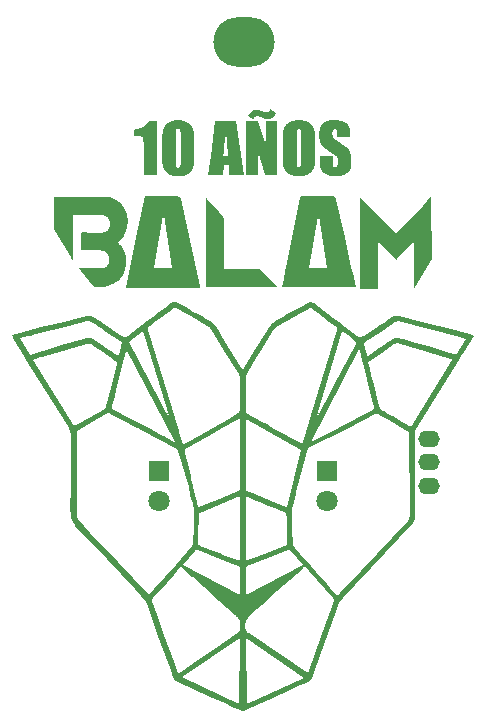
<source format=gbr>
%TF.GenerationSoftware,KiCad,Pcbnew,8.0.1*%
%TF.CreationDate,2024-05-14T10:47:47-06:00*%
%TF.ProjectId,Badge Balam,42616467-6520-4426-916c-616d2e6b6963,rev?*%
%TF.SameCoordinates,Original*%
%TF.FileFunction,Soldermask,Top*%
%TF.FilePolarity,Negative*%
%FSLAX46Y46*%
G04 Gerber Fmt 4.6, Leading zero omitted, Abs format (unit mm)*
G04 Created by KiCad (PCBNEW 8.0.1) date 2024-05-14 10:47:47*
%MOMM*%
%LPD*%
G01*
G04 APERTURE LIST*
%ADD10C,0.000000*%
%ADD11R,1.800000X1.800000*%
%ADD12C,1.800000*%
%ADD13O,5.204000X4.204000*%
%ADD14O,1.812000X1.412000*%
G04 APERTURE END LIST*
D10*
%TO.C,G\u002A\u002A\u002A*%
G36*
X152241091Y-57772349D02*
G01*
X152241091Y-55711774D01*
X153232961Y-55711774D01*
X153232961Y-60283456D01*
X152192194Y-60283456D01*
X151574023Y-58205419D01*
X151574023Y-60283456D01*
X150578661Y-60283456D01*
X150578661Y-55711774D01*
X151574023Y-55711774D01*
X152241091Y-57772349D01*
G37*
G36*
X150379590Y-60283456D02*
G01*
X149164200Y-60283456D01*
X149101335Y-59462719D01*
X148675249Y-59462719D01*
X148605399Y-60283457D01*
X147376039Y-60283457D01*
X147592841Y-58652459D01*
X148657786Y-58652459D01*
X149066409Y-58652459D01*
X149021335Y-58241326D01*
X148975605Y-57783700D01*
X148929874Y-57280234D01*
X148884799Y-56731584D01*
X148802179Y-57344572D01*
X148737241Y-57868829D01*
X148689328Y-58304682D01*
X148657786Y-58652459D01*
X147592841Y-58652459D01*
X147983735Y-55711774D01*
X149698552Y-55711774D01*
X150379590Y-60283456D01*
G37*
G36*
X144807501Y-62089905D02*
G01*
X144838281Y-62092415D01*
X144852732Y-62094315D01*
X144866574Y-62096653D01*
X144879823Y-62099435D01*
X144892489Y-62102667D01*
X144904588Y-62106354D01*
X144916133Y-62110502D01*
X144927136Y-62115117D01*
X144937612Y-62120205D01*
X144947574Y-62125771D01*
X144957035Y-62131821D01*
X144966009Y-62138360D01*
X144974509Y-62145396D01*
X144982548Y-62152933D01*
X144990140Y-62160977D01*
X144997299Y-62169533D01*
X145004038Y-62178609D01*
X145010370Y-62188208D01*
X145016309Y-62198338D01*
X145021868Y-62209004D01*
X145027060Y-62220212D01*
X145031899Y-62231967D01*
X145036399Y-62244275D01*
X145044434Y-62270573D01*
X145051272Y-62299153D01*
X145057019Y-62330061D01*
X146516885Y-68948349D01*
X146559068Y-69158827D01*
X146602887Y-69369632D01*
X146649981Y-69586331D01*
X146701986Y-69814489D01*
X146688016Y-69800519D01*
X140394531Y-69800519D01*
X140748447Y-68113640D01*
X142762448Y-68113640D01*
X144320102Y-68113640D01*
X143597155Y-63692136D01*
X143541274Y-63692136D01*
X142762448Y-68113640D01*
X140748447Y-68113640D01*
X141203482Y-65944799D01*
X142025530Y-62089079D01*
X144774127Y-62089079D01*
X144807501Y-62089905D01*
G37*
G36*
X166277445Y-62598986D02*
G01*
X166319358Y-67362755D01*
X164803614Y-69929742D01*
X164803614Y-65860980D01*
X163371690Y-67418634D01*
X163375179Y-67418636D01*
X163333269Y-67432605D01*
X161730212Y-65916860D01*
X161730212Y-67278936D01*
X161772124Y-69758610D01*
X161771744Y-69777066D01*
X161770555Y-69794443D01*
X161768487Y-69810724D01*
X161767100Y-69818450D01*
X161765466Y-69825896D01*
X161763577Y-69833060D01*
X161761423Y-69839942D01*
X161758995Y-69846538D01*
X161756285Y-69852847D01*
X161753283Y-69858866D01*
X161749980Y-69864595D01*
X161746368Y-69870031D01*
X161742437Y-69875173D01*
X161738179Y-69880017D01*
X161733585Y-69884563D01*
X161728645Y-69888808D01*
X161723351Y-69892751D01*
X161717694Y-69896389D01*
X161711664Y-69899721D01*
X161705254Y-69902745D01*
X161698453Y-69905459D01*
X161691253Y-69907860D01*
X161683646Y-69909948D01*
X161675621Y-69911720D01*
X161667170Y-69913174D01*
X161658285Y-69914308D01*
X161648956Y-69915120D01*
X161639174Y-69915609D01*
X161628930Y-69915773D01*
X160224947Y-69915773D01*
X160224947Y-62162424D01*
X163301838Y-65152004D01*
X164784403Y-63629710D01*
X165527650Y-62865780D01*
X166277445Y-62089081D01*
X166277445Y-62598986D01*
G37*
G36*
X143041847Y-55711774D02*
G01*
X143041847Y-60283456D01*
X141899799Y-60283456D01*
X141899799Y-57831722D01*
X141898435Y-57593359D01*
X141894124Y-57407383D01*
X141890761Y-57334040D01*
X141886539Y-57273795D01*
X141881416Y-57226646D01*
X141875353Y-57192594D01*
X141871750Y-57179662D01*
X141867487Y-57167062D01*
X141862560Y-57154800D01*
X141856962Y-57142881D01*
X141850689Y-57131309D01*
X141843736Y-57120091D01*
X141836096Y-57109230D01*
X141827767Y-57098733D01*
X141818741Y-57088604D01*
X141809015Y-57078849D01*
X141798583Y-57069472D01*
X141787439Y-57060479D01*
X141775579Y-57051875D01*
X141762998Y-57043665D01*
X141749691Y-57035854D01*
X141735652Y-57028447D01*
X141720141Y-57021488D01*
X141702425Y-57015016D01*
X141682510Y-57009024D01*
X141660400Y-57003508D01*
X141636100Y-56998463D01*
X141609615Y-56993883D01*
X141580951Y-56989764D01*
X141550113Y-56986100D01*
X141517106Y-56982887D01*
X141481934Y-56980118D01*
X141444604Y-56977789D01*
X141405120Y-56975896D01*
X141319710Y-56973392D01*
X141225747Y-56972567D01*
X141113987Y-56972567D01*
X141113987Y-56438214D01*
X141215897Y-56414476D01*
X141314696Y-56387791D01*
X141410385Y-56358160D01*
X141502964Y-56325581D01*
X141592432Y-56290056D01*
X141678790Y-56251584D01*
X141762037Y-56210165D01*
X141842173Y-56165799D01*
X141919199Y-56118487D01*
X141993115Y-56068228D01*
X142063920Y-56015021D01*
X142131614Y-55958869D01*
X142196198Y-55899769D01*
X142257671Y-55837723D01*
X142316034Y-55772729D01*
X142371287Y-55704789D01*
X143041846Y-55704789D01*
X143041847Y-55711774D01*
G37*
G36*
X147172000Y-62172953D02*
G01*
X147189347Y-62188581D01*
X147210581Y-62208260D01*
X147233944Y-62230723D01*
X147245874Y-62242601D01*
X147257676Y-62254700D01*
X147269129Y-62266860D01*
X147280015Y-62278922D01*
X147290114Y-62290729D01*
X147299204Y-62302121D01*
X147628972Y-62655519D01*
X147957103Y-63012845D01*
X148281960Y-63372791D01*
X148601906Y-63734046D01*
X148612213Y-63747817D01*
X148622152Y-63762846D01*
X148631681Y-63779000D01*
X148640760Y-63796147D01*
X148649348Y-63814154D01*
X148657404Y-63832887D01*
X148664887Y-63852213D01*
X148671756Y-63872000D01*
X148677970Y-63892114D01*
X148683489Y-63912423D01*
X148688270Y-63932793D01*
X148692274Y-63953091D01*
X148695460Y-63973185D01*
X148697786Y-63992941D01*
X148699212Y-64012227D01*
X148699696Y-64030909D01*
X148699696Y-68225400D01*
X151549575Y-68225400D01*
X151570719Y-68226045D01*
X151592181Y-68227944D01*
X151613867Y-68231040D01*
X151635687Y-68235277D01*
X151657547Y-68240599D01*
X151679357Y-68246948D01*
X151701023Y-68254270D01*
X151722453Y-68262508D01*
X151743557Y-68271605D01*
X151764241Y-68281505D01*
X151784413Y-68292152D01*
X151803982Y-68303490D01*
X151822854Y-68315462D01*
X151840939Y-68328013D01*
X151858144Y-68341085D01*
X151874377Y-68354622D01*
X152204145Y-68668238D01*
X152532277Y-68988075D01*
X152857134Y-69309876D01*
X153177081Y-69629385D01*
X153184790Y-69637251D01*
X153192259Y-69645163D01*
X153206822Y-69661309D01*
X153236890Y-69696180D01*
X153253787Y-69715641D01*
X153272852Y-69736944D01*
X153283416Y-69748401D01*
X153294783Y-69760457D01*
X153307040Y-69773157D01*
X153320275Y-69786548D01*
X147156011Y-69786548D01*
X147156011Y-62158929D01*
X147172000Y-62172953D01*
G37*
G36*
X157951036Y-62075523D02*
G01*
X157970494Y-62076750D01*
X157988788Y-62078763D01*
X158005957Y-62081533D01*
X158022045Y-62085036D01*
X158037093Y-62089243D01*
X158051141Y-62094128D01*
X158064232Y-62099664D01*
X158076407Y-62105825D01*
X158087709Y-62112582D01*
X158098177Y-62119910D01*
X158107854Y-62127782D01*
X158116782Y-62136170D01*
X158125002Y-62145048D01*
X158132556Y-62154389D01*
X158139485Y-62164167D01*
X158145831Y-62174353D01*
X158151635Y-62184922D01*
X158156938Y-62195847D01*
X158161784Y-62207100D01*
X158170265Y-62230485D01*
X158177411Y-62254863D01*
X158183555Y-62280018D01*
X158189028Y-62305736D01*
X158199294Y-62358000D01*
X158839731Y-65193474D01*
X159488026Y-68026328D01*
X159681860Y-68894214D01*
X159886170Y-69783054D01*
X159886173Y-69786548D01*
X153620629Y-69786548D01*
X153692115Y-69427475D01*
X153760328Y-69072332D01*
X153889550Y-68368593D01*
X153925789Y-68186982D01*
X155929169Y-68186982D01*
X157472854Y-68186982D01*
X156749906Y-63765478D01*
X156707997Y-63765478D01*
X155929169Y-68186982D01*
X153925789Y-68186982D01*
X155108431Y-62260211D01*
X155114012Y-62232233D01*
X155120335Y-62207134D01*
X155123802Y-62195619D01*
X155127486Y-62184768D01*
X155131400Y-62174563D01*
X155135553Y-62164985D01*
X155139957Y-62156017D01*
X155144623Y-62147638D01*
X155149561Y-62139831D01*
X155154782Y-62132577D01*
X155160298Y-62125858D01*
X155166119Y-62119655D01*
X155172255Y-62113950D01*
X155178718Y-62108723D01*
X155185519Y-62103957D01*
X155192669Y-62099633D01*
X155200177Y-62095732D01*
X155208057Y-62092236D01*
X155216317Y-62089126D01*
X155224969Y-62086384D01*
X155234024Y-62083991D01*
X155243493Y-62081929D01*
X155263716Y-62078722D01*
X155285724Y-62076615D01*
X155309605Y-62075460D01*
X155335445Y-62075108D01*
X157930370Y-62075108D01*
X157951036Y-62075523D01*
G37*
G36*
X153100246Y-55030736D02*
G01*
X153083669Y-55066057D01*
X153066678Y-55099986D01*
X153049268Y-55132524D01*
X153031433Y-55163670D01*
X153013168Y-55193424D01*
X152994468Y-55221787D01*
X152975329Y-55248759D01*
X152955744Y-55274338D01*
X152935709Y-55298527D01*
X152915219Y-55321323D01*
X152894268Y-55342729D01*
X152872851Y-55362742D01*
X152850965Y-55381364D01*
X152828602Y-55398595D01*
X152805758Y-55414434D01*
X152782429Y-55428881D01*
X152759019Y-55442799D01*
X152735941Y-55455744D01*
X152713202Y-55467727D01*
X152690805Y-55478759D01*
X152668756Y-55488849D01*
X152647060Y-55498008D01*
X152625722Y-55506247D01*
X152604748Y-55513575D01*
X152584141Y-55520002D01*
X152563909Y-55525539D01*
X152544054Y-55530196D01*
X152524584Y-55533984D01*
X152505502Y-55536912D01*
X152486815Y-55538991D01*
X152468526Y-55540230D01*
X152450641Y-55540641D01*
X152425633Y-55540273D01*
X152400375Y-55539168D01*
X152374861Y-55537326D01*
X152349086Y-55534748D01*
X152323045Y-55531433D01*
X152296732Y-55527381D01*
X152270144Y-55522592D01*
X152243274Y-55517067D01*
X152216118Y-55510805D01*
X152188670Y-55503806D01*
X152160925Y-55496071D01*
X152132879Y-55487599D01*
X152104525Y-55478390D01*
X152075860Y-55468445D01*
X152046877Y-55457763D01*
X152017572Y-55446344D01*
X151808021Y-55366016D01*
X151759733Y-55346521D01*
X151714433Y-55329891D01*
X151672161Y-55316044D01*
X151632960Y-55304898D01*
X151596868Y-55296371D01*
X151580002Y-55293064D01*
X151563928Y-55290382D01*
X151548653Y-55288313D01*
X151534180Y-55286849D01*
X151520516Y-55285977D01*
X151507666Y-55285689D01*
X151494640Y-55285965D01*
X151481758Y-55286794D01*
X151469019Y-55288175D01*
X151456424Y-55290109D01*
X151443972Y-55292595D01*
X151431662Y-55295634D01*
X151419497Y-55299226D01*
X151407474Y-55303370D01*
X151395595Y-55308066D01*
X151383859Y-55313315D01*
X151372266Y-55319117D01*
X151360817Y-55325471D01*
X151349510Y-55332377D01*
X151338347Y-55339836D01*
X151327327Y-55347848D01*
X151316451Y-55356412D01*
X151295128Y-55375198D01*
X151274377Y-55396194D01*
X151254200Y-55419400D01*
X151234595Y-55444816D01*
X151215564Y-55472442D01*
X151197105Y-55502278D01*
X151179220Y-55534325D01*
X151161907Y-55568581D01*
X150714868Y-55271719D01*
X150753831Y-55205704D01*
X150793443Y-55143874D01*
X150833699Y-55086240D01*
X150874595Y-55032810D01*
X150916126Y-54983596D01*
X150958286Y-54938608D01*
X151001069Y-54897856D01*
X151044472Y-54861350D01*
X151088489Y-54829101D01*
X151133115Y-54801118D01*
X151178344Y-54777412D01*
X151224172Y-54757994D01*
X151270594Y-54742873D01*
X151317603Y-54732059D01*
X151365196Y-54725564D01*
X151413368Y-54723396D01*
X151439030Y-54723764D01*
X151464944Y-54724863D01*
X151491113Y-54726689D01*
X151517543Y-54729235D01*
X151544239Y-54732499D01*
X151571206Y-54736473D01*
X151598449Y-54741153D01*
X151625974Y-54746534D01*
X151653785Y-54752611D01*
X151681888Y-54759379D01*
X151710288Y-54766832D01*
X151738989Y-54774965D01*
X151797318Y-54793253D01*
X151856915Y-54814201D01*
X152031540Y-54880559D01*
X152084412Y-54900054D01*
X152132987Y-54916684D01*
X152177223Y-54930532D01*
X152217080Y-54941678D01*
X152252517Y-54950204D01*
X152283492Y-54956193D01*
X152309966Y-54959727D01*
X152321502Y-54960598D01*
X152331896Y-54960886D01*
X152360711Y-54959903D01*
X152374631Y-54958673D01*
X152388227Y-54956951D01*
X152401500Y-54954734D01*
X152414453Y-54952023D01*
X152427086Y-54948817D01*
X152439400Y-54945116D01*
X152451397Y-54940918D01*
X152463078Y-54936223D01*
X152474445Y-54931031D01*
X152485498Y-54925341D01*
X152496239Y-54919152D01*
X152506670Y-54912463D01*
X152516790Y-54905274D01*
X152526603Y-54897585D01*
X152536109Y-54889394D01*
X152545309Y-54880701D01*
X152554204Y-54871506D01*
X152562797Y-54861807D01*
X152571088Y-54851605D01*
X152579078Y-54840897D01*
X152586768Y-54829685D01*
X152594161Y-54817967D01*
X152608058Y-54793010D01*
X152620778Y-54766023D01*
X152632332Y-54736999D01*
X152642729Y-54705934D01*
X153100246Y-55030736D01*
G37*
G36*
X138846617Y-62110352D02*
G01*
X138926161Y-62119063D01*
X139005508Y-62132520D01*
X139084511Y-62150566D01*
X139163020Y-62173048D01*
X139240886Y-62199811D01*
X139317961Y-62230699D01*
X139394095Y-62265559D01*
X139469139Y-62304236D01*
X139542945Y-62346574D01*
X139615363Y-62392419D01*
X139686244Y-62441617D01*
X139822800Y-62549449D01*
X139951421Y-62668834D01*
X140070916Y-62798532D01*
X140180091Y-62937306D01*
X140277756Y-63083918D01*
X140321899Y-63159776D01*
X140362718Y-63237129D01*
X140400062Y-63315823D01*
X140433785Y-63395702D01*
X140463735Y-63476612D01*
X140489764Y-63558398D01*
X140511724Y-63640906D01*
X140529465Y-63723980D01*
X140542838Y-63807466D01*
X140551695Y-63891209D01*
X140559130Y-64044241D01*
X140559116Y-64194265D01*
X140551572Y-64341301D01*
X140536415Y-64485370D01*
X140513564Y-64626493D01*
X140482936Y-64764688D01*
X140444451Y-64899978D01*
X140398025Y-65032383D01*
X140343577Y-65161923D01*
X140281026Y-65288618D01*
X140210289Y-65412489D01*
X140131285Y-65533557D01*
X140043932Y-65651841D01*
X139948147Y-65767363D01*
X139843850Y-65880143D01*
X139736197Y-65985093D01*
X139792247Y-66031330D01*
X139863455Y-66095762D01*
X139930569Y-66162516D01*
X139993550Y-66231567D01*
X140052356Y-66302889D01*
X140106947Y-66376458D01*
X140157281Y-66452246D01*
X140203318Y-66530230D01*
X140245017Y-66610383D01*
X140282336Y-66692679D01*
X140315235Y-66777093D01*
X140343673Y-66863600D01*
X140367609Y-66952174D01*
X140387002Y-67042789D01*
X140401811Y-67135419D01*
X140411995Y-67230040D01*
X140419089Y-67372167D01*
X140421434Y-67509171D01*
X140419111Y-67641147D01*
X140412200Y-67768191D01*
X140400782Y-67890398D01*
X140384937Y-68007863D01*
X140364746Y-68120682D01*
X140340290Y-68228949D01*
X140311649Y-68332760D01*
X140278903Y-68432210D01*
X140242134Y-68527395D01*
X140201422Y-68618410D01*
X140156847Y-68705350D01*
X140108490Y-68788310D01*
X140056432Y-68867386D01*
X140000753Y-68942674D01*
X139941534Y-69014267D01*
X139878855Y-69082262D01*
X139812797Y-69146754D01*
X139743440Y-69207837D01*
X139670866Y-69265609D01*
X139595154Y-69320163D01*
X139516386Y-69371595D01*
X139434641Y-69420000D01*
X139350000Y-69465474D01*
X139262545Y-69508111D01*
X139079511Y-69585259D01*
X138886184Y-69652206D01*
X138683208Y-69709714D01*
X138606768Y-69725349D01*
X138517641Y-69740492D01*
X138417873Y-69754653D01*
X138309510Y-69767341D01*
X138194598Y-69778064D01*
X138075185Y-69786331D01*
X137953316Y-69791652D01*
X137831037Y-69793534D01*
X137641160Y-69600860D01*
X137454065Y-69405321D01*
X137269918Y-69206999D01*
X137088881Y-69005976D01*
X136911118Y-68802333D01*
X136736793Y-68596153D01*
X136566070Y-68387517D01*
X136399112Y-68176507D01*
X137845007Y-68176507D01*
X137903793Y-68177080D01*
X137962333Y-68178472D01*
X138079005Y-68181746D01*
X138137299Y-68182646D01*
X138195676Y-68182401D01*
X138254216Y-68180518D01*
X138313002Y-68176507D01*
X138400229Y-68163530D01*
X138441498Y-68155162D01*
X138481215Y-68145539D01*
X138519386Y-68134657D01*
X138556021Y-68122513D01*
X138591125Y-68109106D01*
X138624708Y-68094433D01*
X138656776Y-68078492D01*
X138687337Y-68061278D01*
X138716400Y-68042791D01*
X138743971Y-68023028D01*
X138770059Y-68001986D01*
X138794670Y-67979662D01*
X138817814Y-67956054D01*
X138839497Y-67931159D01*
X138859726Y-67904975D01*
X138878511Y-67877499D01*
X138895858Y-67848729D01*
X138911775Y-67818662D01*
X138926270Y-67787296D01*
X138939350Y-67754627D01*
X138951023Y-67720654D01*
X138961298Y-67685374D01*
X138970180Y-67648784D01*
X138977679Y-67610882D01*
X138983801Y-67571666D01*
X138988555Y-67531131D01*
X138993989Y-67446101D01*
X138994040Y-67355770D01*
X138991906Y-67318747D01*
X138988143Y-67282352D01*
X138982778Y-67246623D01*
X138975840Y-67211595D01*
X138967358Y-67177304D01*
X138957358Y-67143785D01*
X138945870Y-67111074D01*
X138932921Y-67079207D01*
X138918539Y-67048221D01*
X138902754Y-67018150D01*
X138885592Y-66989031D01*
X138867082Y-66960899D01*
X138847252Y-66933790D01*
X138826130Y-66907741D01*
X138803745Y-66882786D01*
X138780124Y-66858962D01*
X138755296Y-66836304D01*
X138729288Y-66814849D01*
X138702130Y-66794631D01*
X138673848Y-66775688D01*
X138644472Y-66758054D01*
X138614029Y-66741765D01*
X138582547Y-66726858D01*
X138550055Y-66713368D01*
X138516581Y-66701331D01*
X138482153Y-66690783D01*
X138446799Y-66681759D01*
X138410547Y-66674296D01*
X138373425Y-66668429D01*
X138335461Y-66664194D01*
X138296684Y-66661626D01*
X138257122Y-66660763D01*
X138117845Y-66656751D01*
X137977831Y-66654869D01*
X137696576Y-66655524D01*
X137136030Y-66660763D01*
X136640095Y-66660763D01*
X136640095Y-65326627D01*
X136638301Y-65298492D01*
X136638191Y-65272950D01*
X136638782Y-65261119D01*
X136639811Y-65249895D01*
X136641283Y-65239266D01*
X136643205Y-65229219D01*
X136645582Y-65219739D01*
X136648421Y-65210814D01*
X136651726Y-65202430D01*
X136655504Y-65194574D01*
X136659760Y-65187231D01*
X136664500Y-65180390D01*
X136669730Y-65174035D01*
X136675456Y-65168155D01*
X136681683Y-65162735D01*
X136688417Y-65157762D01*
X136695664Y-65153222D01*
X136703430Y-65149103D01*
X136711720Y-65145390D01*
X136720540Y-65142071D01*
X136729897Y-65139131D01*
X136739794Y-65136558D01*
X136750240Y-65134338D01*
X136761238Y-65132458D01*
X136784917Y-65129662D01*
X136810878Y-65128063D01*
X136839167Y-65127554D01*
X137019304Y-65136777D01*
X137198458Y-65143707D01*
X137555130Y-65152002D01*
X137911802Y-65155058D01*
X138271092Y-65155494D01*
X138311964Y-65156060D01*
X138352051Y-65155150D01*
X138391324Y-65152782D01*
X138429755Y-65148973D01*
X138467317Y-65143742D01*
X138503981Y-65137107D01*
X138539719Y-65129086D01*
X138574503Y-65119696D01*
X138608305Y-65108955D01*
X138641096Y-65096882D01*
X138672849Y-65083494D01*
X138703535Y-65068809D01*
X138733126Y-65052845D01*
X138761594Y-65035620D01*
X138788911Y-65017152D01*
X138815049Y-64997458D01*
X138839979Y-64976557D01*
X138863674Y-64954467D01*
X138886106Y-64931205D01*
X138907245Y-64906790D01*
X138927065Y-64881238D01*
X138945537Y-64854569D01*
X138962632Y-64826800D01*
X138978323Y-64797949D01*
X138992582Y-64768034D01*
X139005380Y-64737072D01*
X139016689Y-64705083D01*
X139026482Y-64672083D01*
X139034729Y-64638090D01*
X139041403Y-64603123D01*
X139046476Y-64567199D01*
X139049920Y-64530336D01*
X139051792Y-64481532D01*
X139052167Y-64434005D01*
X139051044Y-64387767D01*
X139048419Y-64342826D01*
X139044290Y-64299192D01*
X139038654Y-64256875D01*
X139031509Y-64215884D01*
X139022853Y-64176230D01*
X139012682Y-64137920D01*
X139000994Y-64100966D01*
X138987787Y-64065376D01*
X138973057Y-64031161D01*
X138956804Y-63998330D01*
X138939023Y-63966892D01*
X138919712Y-63936857D01*
X138898869Y-63908235D01*
X138876491Y-63881035D01*
X138852576Y-63855267D01*
X138827122Y-63830940D01*
X138800124Y-63808064D01*
X138771582Y-63786649D01*
X138741492Y-63766704D01*
X138709852Y-63748239D01*
X138676659Y-63731263D01*
X138641911Y-63715787D01*
X138605605Y-63701818D01*
X138567739Y-63689368D01*
X138528309Y-63678446D01*
X138487315Y-63669061D01*
X138444752Y-63661223D01*
X138400619Y-63654942D01*
X138354912Y-63650226D01*
X135889207Y-63650226D01*
X135889207Y-67450067D01*
X135871738Y-67423722D01*
X135853573Y-67397133D01*
X135816301Y-67343545D01*
X135797768Y-67316710D01*
X135779685Y-67289957D01*
X135762338Y-67263368D01*
X135746015Y-67237024D01*
X134397910Y-64970391D01*
X134366696Y-64917458D01*
X134351498Y-64890705D01*
X134336791Y-64863870D01*
X134322740Y-64837035D01*
X134309506Y-64810282D01*
X134297255Y-64783692D01*
X134286150Y-64757348D01*
X134286150Y-62333553D01*
X134284207Y-62302802D01*
X134283701Y-62274665D01*
X134284761Y-62249056D01*
X134285918Y-62237171D01*
X134287514Y-62225886D01*
X134289566Y-62215190D01*
X134292089Y-62205070D01*
X134295099Y-62195518D01*
X134298613Y-62186521D01*
X134302645Y-62178069D01*
X134307213Y-62170150D01*
X134312333Y-62162755D01*
X134318019Y-62155873D01*
X134324289Y-62149491D01*
X134331158Y-62143600D01*
X134338642Y-62138189D01*
X134346757Y-62133247D01*
X134355520Y-62128762D01*
X134364945Y-62124724D01*
X134375050Y-62121123D01*
X134385850Y-62117946D01*
X134397361Y-62115185D01*
X134409599Y-62112826D01*
X134422580Y-62110861D01*
X134436321Y-62109277D01*
X134466143Y-62107211D01*
X134499192Y-62106541D01*
X138767028Y-62106541D01*
X138846617Y-62110352D01*
G37*
G36*
X144855875Y-55624993D02*
G01*
X144902042Y-55626583D01*
X144947553Y-55629227D01*
X144992410Y-55632920D01*
X145036612Y-55637657D01*
X145080159Y-55643432D01*
X145123051Y-55650240D01*
X145165289Y-55658077D01*
X145206871Y-55666937D01*
X145247799Y-55676815D01*
X145288072Y-55687706D01*
X145327690Y-55699605D01*
X145366653Y-55712507D01*
X145404961Y-55726406D01*
X145442614Y-55741298D01*
X145479613Y-55757177D01*
X145516326Y-55773792D01*
X145551816Y-55790894D01*
X145586089Y-55808477D01*
X145619149Y-55826536D01*
X145651002Y-55845065D01*
X145681653Y-55864059D01*
X145711106Y-55883515D01*
X145739368Y-55903425D01*
X145766442Y-55923786D01*
X145792335Y-55944592D01*
X145817051Y-55965837D01*
X145840596Y-55987518D01*
X145862974Y-56009628D01*
X145884191Y-56032163D01*
X145904252Y-56055118D01*
X145923161Y-56078487D01*
X145941128Y-56102265D01*
X145958359Y-56126447D01*
X145974852Y-56151029D01*
X145990610Y-56176004D01*
X146005630Y-56201368D01*
X146019914Y-56227116D01*
X146033461Y-56253242D01*
X146046271Y-56279742D01*
X146058345Y-56306610D01*
X146069682Y-56333842D01*
X146080282Y-56361431D01*
X146090146Y-56389374D01*
X146099273Y-56417664D01*
X146107663Y-56446297D01*
X146115316Y-56475268D01*
X146122233Y-56504572D01*
X146128577Y-56535184D01*
X146134511Y-56568078D01*
X146145153Y-56640670D01*
X146154157Y-56722266D01*
X146161524Y-56812785D01*
X146167254Y-56912144D01*
X146171347Y-57020261D01*
X146173803Y-57137055D01*
X146174621Y-57262444D01*
X146178112Y-57258951D01*
X146178112Y-58785174D01*
X146177287Y-58910419D01*
X146174783Y-59026866D01*
X146170561Y-59134553D01*
X146164579Y-59233523D01*
X146156796Y-59323817D01*
X146147171Y-59405474D01*
X146135663Y-59478537D01*
X146122232Y-59543046D01*
X146114578Y-59572431D01*
X146106018Y-59601641D01*
X146096547Y-59630667D01*
X146086161Y-59659499D01*
X146074854Y-59688127D01*
X146062621Y-59716539D01*
X146049456Y-59744726D01*
X146035356Y-59772678D01*
X146020314Y-59800385D01*
X146004326Y-59827835D01*
X145987386Y-59855020D01*
X145969489Y-59881928D01*
X145950631Y-59908550D01*
X145930806Y-59934875D01*
X145910009Y-59960893D01*
X145888234Y-59986594D01*
X145865683Y-60011722D01*
X145842559Y-60036021D01*
X145818862Y-60059481D01*
X145794592Y-60082092D01*
X145769749Y-60103844D01*
X145744333Y-60124725D01*
X145718344Y-60144727D01*
X145691782Y-60163839D01*
X145664647Y-60182050D01*
X145636939Y-60199350D01*
X145608658Y-60215730D01*
X145579804Y-60231178D01*
X145550377Y-60245686D01*
X145520377Y-60259241D01*
X145489804Y-60271835D01*
X145458658Y-60283457D01*
X145426981Y-60294261D01*
X145394818Y-60304405D01*
X145362173Y-60313884D01*
X145329053Y-60322693D01*
X145295463Y-60330826D01*
X145261407Y-60338279D01*
X145226890Y-60345047D01*
X145191918Y-60351124D01*
X145156496Y-60356505D01*
X145120629Y-60361185D01*
X145084321Y-60365159D01*
X145047579Y-60368423D01*
X145010408Y-60370969D01*
X144972811Y-60372795D01*
X144934795Y-60373894D01*
X144896365Y-60374262D01*
X144796338Y-60372788D01*
X144700567Y-60368368D01*
X144609052Y-60361001D01*
X144521794Y-60350687D01*
X144438793Y-60337427D01*
X144360048Y-60321219D01*
X144285559Y-60302065D01*
X144249911Y-60291383D01*
X144215327Y-60279964D01*
X144181724Y-60267767D01*
X144149017Y-60254746D01*
X144117200Y-60240896D01*
X144086268Y-60226212D01*
X144056216Y-60210690D01*
X144027039Y-60194323D01*
X143998731Y-60177107D01*
X143971288Y-60159036D01*
X143944705Y-60140106D01*
X143918976Y-60120312D01*
X143894096Y-60099648D01*
X143870060Y-60078109D01*
X143846864Y-60055690D01*
X143824501Y-60032385D01*
X143802967Y-60008191D01*
X143782256Y-59983102D01*
X143762324Y-59958096D01*
X143743129Y-59932856D01*
X143724671Y-59907390D01*
X143706949Y-59881710D01*
X143689964Y-59855825D01*
X143673716Y-59829745D01*
X143658205Y-59803482D01*
X143643430Y-59777044D01*
X143629392Y-59750443D01*
X143616090Y-59723688D01*
X143603526Y-59696790D01*
X143591697Y-59669759D01*
X143580606Y-59642605D01*
X143570251Y-59615339D01*
X143560633Y-59587970D01*
X143551752Y-59560509D01*
X143543524Y-59531943D01*
X143535865Y-59501259D01*
X143528768Y-59468468D01*
X143522229Y-59433579D01*
X143516243Y-59396602D01*
X143510803Y-59357548D01*
X143501547Y-59273251D01*
X143494419Y-59180768D01*
X143490696Y-59106484D01*
X144627442Y-59106484D01*
X144628090Y-59201102D01*
X144630007Y-59285857D01*
X144633151Y-59360707D01*
X144637483Y-59425611D01*
X144642961Y-59480529D01*
X144649543Y-59525420D01*
X144657190Y-59560243D01*
X144661399Y-59573866D01*
X144665859Y-59584956D01*
X144668243Y-59590103D01*
X144670811Y-59595067D01*
X144673561Y-59599849D01*
X144676494Y-59604452D01*
X144679608Y-59608874D01*
X144682904Y-59613120D01*
X144686379Y-59617188D01*
X144690034Y-59621082D01*
X144693869Y-59624801D01*
X144697882Y-59628348D01*
X144702072Y-59631724D01*
X144706440Y-59634929D01*
X144710984Y-59637966D01*
X144715704Y-59640835D01*
X144720599Y-59643537D01*
X144725669Y-59646075D01*
X144730913Y-59648449D01*
X144736330Y-59650661D01*
X144741920Y-59652711D01*
X144747682Y-59654602D01*
X144753615Y-59656334D01*
X144759719Y-59657908D01*
X144765993Y-59659327D01*
X144772436Y-59660591D01*
X144779049Y-59661701D01*
X144785829Y-59662659D01*
X144792777Y-59663467D01*
X144799892Y-59664124D01*
X144814620Y-59664996D01*
X144830008Y-59665284D01*
X144845397Y-59664915D01*
X144860131Y-59663810D01*
X144874211Y-59661969D01*
X144887635Y-59659390D01*
X144900404Y-59656075D01*
X144912519Y-59652023D01*
X144923979Y-59647235D01*
X144934783Y-59641709D01*
X144944933Y-59635447D01*
X144954429Y-59628449D01*
X144963269Y-59620713D01*
X144971455Y-59612241D01*
X144978985Y-59603033D01*
X144985861Y-59593087D01*
X144992082Y-59582405D01*
X144997648Y-59570986D01*
X145002684Y-59558218D01*
X145007321Y-59543496D01*
X145011569Y-59526830D01*
X145015438Y-59508230D01*
X145018939Y-59487706D01*
X145022082Y-59465270D01*
X145024877Y-59440929D01*
X145027335Y-59414697D01*
X145029465Y-59386581D01*
X145031277Y-59356593D01*
X145033992Y-59291040D01*
X145035561Y-59218121D01*
X145036066Y-59137916D01*
X145036066Y-56871284D01*
X145036065Y-56874776D01*
X145035567Y-56787505D01*
X145034045Y-56708992D01*
X145031460Y-56639155D01*
X145027770Y-56577914D01*
X145022933Y-56525185D01*
X145016910Y-56480888D01*
X145009659Y-56444940D01*
X145005560Y-56430071D01*
X145001139Y-56417259D01*
X144998755Y-56411467D01*
X144996188Y-56405879D01*
X144993437Y-56400493D01*
X144990505Y-56395308D01*
X144987391Y-56390322D01*
X144984095Y-56385535D01*
X144980620Y-56380944D01*
X144976965Y-56376549D01*
X144973130Y-56372349D01*
X144969118Y-56368342D01*
X144964927Y-56364526D01*
X144960560Y-56360901D01*
X144956015Y-56357466D01*
X144951295Y-56354218D01*
X144946400Y-56351158D01*
X144941330Y-56348282D01*
X144936086Y-56345591D01*
X144930669Y-56343083D01*
X144925080Y-56340756D01*
X144919318Y-56338610D01*
X144913385Y-56336642D01*
X144907281Y-56334853D01*
X144901007Y-56333240D01*
X144894563Y-56331802D01*
X144887951Y-56330538D01*
X144881170Y-56329447D01*
X144874222Y-56328527D01*
X144867107Y-56327777D01*
X144852379Y-56326783D01*
X144836991Y-56326454D01*
X144821602Y-56326823D01*
X144806868Y-56327934D01*
X144792789Y-56329792D01*
X144779365Y-56332402D01*
X144766595Y-56335769D01*
X144754481Y-56339899D01*
X144743021Y-56344796D01*
X144732216Y-56350465D01*
X144722066Y-56356912D01*
X144712571Y-56364142D01*
X144703731Y-56372159D01*
X144695545Y-56380970D01*
X144688015Y-56390578D01*
X144681139Y-56400990D01*
X144674918Y-56412210D01*
X144669351Y-56424244D01*
X144664276Y-56437668D01*
X144659529Y-56453057D01*
X144655109Y-56470411D01*
X144651016Y-56489729D01*
X144647250Y-56511011D01*
X144643813Y-56534258D01*
X144640702Y-56559469D01*
X144637919Y-56586645D01*
X144635463Y-56615786D01*
X144633335Y-56646891D01*
X144630061Y-56714995D01*
X144628097Y-56790957D01*
X144627442Y-56874777D01*
X144627442Y-59106484D01*
X143490696Y-59106484D01*
X143489378Y-59080181D01*
X143486383Y-58971573D01*
X143485394Y-58855024D01*
X143485394Y-57258952D01*
X143487038Y-57106700D01*
X143491997Y-56964272D01*
X143500312Y-56831666D01*
X143512025Y-56708883D01*
X143527175Y-56595922D01*
X143545804Y-56492785D01*
X143567953Y-56399469D01*
X143580360Y-56356495D01*
X143593663Y-56315977D01*
X143608234Y-56277177D01*
X143624447Y-56239360D01*
X143642308Y-56202525D01*
X143661821Y-56166672D01*
X143682992Y-56131802D01*
X143705825Y-56097914D01*
X143730326Y-56065008D01*
X143756500Y-56033084D01*
X143784353Y-56002143D01*
X143813888Y-55972184D01*
X143845112Y-55943207D01*
X143878029Y-55915212D01*
X143912645Y-55888200D01*
X143948964Y-55862170D01*
X143986992Y-55837122D01*
X144026734Y-55813057D01*
X144067865Y-55790219D01*
X144110055Y-55768855D01*
X144153299Y-55748964D01*
X144197593Y-55730546D01*
X144242929Y-55713602D01*
X144289305Y-55698132D01*
X144336713Y-55684134D01*
X144385150Y-55671610D01*
X144434611Y-55660560D01*
X144485089Y-55650983D01*
X144536581Y-55642879D01*
X144589080Y-55636249D01*
X144642582Y-55631092D01*
X144697082Y-55627408D01*
X144752574Y-55625198D01*
X144809054Y-55624462D01*
X144855875Y-55624993D01*
G37*
G36*
X155143605Y-55619284D02*
G01*
X155189189Y-55621551D01*
X155233728Y-55624734D01*
X155277286Y-55628838D01*
X155319922Y-55633868D01*
X155361699Y-55639829D01*
X155402678Y-55646726D01*
X155442920Y-55654565D01*
X155482487Y-55663350D01*
X155521440Y-55673086D01*
X155559840Y-55683779D01*
X155597750Y-55695434D01*
X155635229Y-55708056D01*
X155672340Y-55721650D01*
X155709145Y-55736221D01*
X155745365Y-55751734D01*
X155780685Y-55768152D01*
X155815105Y-55785481D01*
X155848625Y-55803725D01*
X155881245Y-55822890D01*
X155912964Y-55842981D01*
X155943782Y-55864004D01*
X155973700Y-55885962D01*
X156002718Y-55908862D01*
X156030836Y-55932709D01*
X156058053Y-55957507D01*
X156084369Y-55983261D01*
X156109786Y-56009978D01*
X156134302Y-56037661D01*
X156157917Y-56066316D01*
X156180632Y-56095949D01*
X156202324Y-56126235D01*
X156222875Y-56156849D01*
X156242291Y-56187791D01*
X156260576Y-56219060D01*
X156277736Y-56250656D01*
X156293775Y-56282579D01*
X156308699Y-56314830D01*
X156322513Y-56347409D01*
X156335222Y-56380315D01*
X156346831Y-56413548D01*
X156357345Y-56447109D01*
X156366770Y-56480997D01*
X156375110Y-56515213D01*
X156382371Y-56549756D01*
X156388557Y-56584626D01*
X156393674Y-56619824D01*
X156401191Y-56697102D01*
X156407970Y-56787518D01*
X156413932Y-56891113D01*
X156418993Y-57007928D01*
X156423072Y-57138003D01*
X156426087Y-57281380D01*
X156427956Y-57438099D01*
X156428598Y-57608201D01*
X156428598Y-58390522D01*
X156426633Y-58710740D01*
X156420740Y-58979881D01*
X156410918Y-59197944D01*
X156404533Y-59287821D01*
X156397167Y-59364929D01*
X156392666Y-59400741D01*
X156387030Y-59436143D01*
X156380269Y-59471136D01*
X156372392Y-59505720D01*
X156363410Y-59539895D01*
X156353333Y-59573660D01*
X156342171Y-59607016D01*
X156329936Y-59639963D01*
X156316636Y-59672501D01*
X156302282Y-59704629D01*
X156286885Y-59736348D01*
X156270454Y-59767658D01*
X156253000Y-59798558D01*
X156234534Y-59829049D01*
X156215064Y-59859131D01*
X156194602Y-59888804D01*
X156172542Y-59917861D01*
X156149581Y-59946096D01*
X156125720Y-59973501D01*
X156100959Y-60000072D01*
X156075297Y-60025805D01*
X156048735Y-60050693D01*
X156021272Y-60074732D01*
X155992909Y-60097917D01*
X155963646Y-60120242D01*
X155933482Y-60141703D01*
X155902418Y-60162294D01*
X155870454Y-60182010D01*
X155837589Y-60200846D01*
X155803823Y-60218797D01*
X155769158Y-60235858D01*
X155733591Y-60252023D01*
X155696591Y-60267249D01*
X155658926Y-60281492D01*
X155620585Y-60294752D01*
X155581559Y-60307031D01*
X155541837Y-60318327D01*
X155501409Y-60328640D01*
X155460264Y-60337972D01*
X155418394Y-60346321D01*
X155375786Y-60353688D01*
X155332432Y-60360073D01*
X155288320Y-60365475D01*
X155243441Y-60369896D01*
X155197784Y-60373333D01*
X155151340Y-60375789D01*
X155104097Y-60377262D01*
X155056046Y-60377754D01*
X154961502Y-60375946D01*
X154915918Y-60373679D01*
X154871379Y-60370496D01*
X154827821Y-60366392D01*
X154785185Y-60361362D01*
X154743408Y-60355401D01*
X154702429Y-60348504D01*
X154662187Y-60340665D01*
X154622620Y-60331880D01*
X154583667Y-60322144D01*
X154545267Y-60311451D01*
X154507357Y-60299796D01*
X154469878Y-60287174D01*
X154432767Y-60273580D01*
X154395962Y-60259009D01*
X154359742Y-60243496D01*
X154324422Y-60227078D01*
X154290002Y-60209750D01*
X154256482Y-60191505D01*
X154223863Y-60172340D01*
X154192144Y-60152249D01*
X154161325Y-60131226D01*
X154131407Y-60109268D01*
X154102389Y-60086368D01*
X154074271Y-60062521D01*
X154047054Y-60037723D01*
X154020738Y-60011969D01*
X153995321Y-59985252D01*
X153970806Y-59957569D01*
X153947190Y-59928914D01*
X153924475Y-59899281D01*
X153902783Y-59868995D01*
X153882232Y-59838381D01*
X153862816Y-59807439D01*
X153844531Y-59776171D01*
X153827371Y-59744574D01*
X153811332Y-59712651D01*
X153796408Y-59680400D01*
X153782594Y-59647821D01*
X153769885Y-59614915D01*
X153758276Y-59581682D01*
X153747762Y-59548121D01*
X153738337Y-59514233D01*
X153729997Y-59480017D01*
X153722736Y-59445474D01*
X153716550Y-59410604D01*
X153711433Y-59375406D01*
X153703916Y-59298128D01*
X153697137Y-59207712D01*
X153691175Y-59104117D01*
X153687646Y-59022664D01*
X154867450Y-59022664D01*
X154867941Y-59117453D01*
X154869414Y-59202746D01*
X154871870Y-59278544D01*
X154875308Y-59344847D01*
X154879728Y-59401655D01*
X154885130Y-59448967D01*
X154891514Y-59486784D01*
X154898881Y-59515106D01*
X154900937Y-59520908D01*
X154903176Y-59526525D01*
X154905597Y-59531958D01*
X154908198Y-59537207D01*
X154910979Y-59542272D01*
X154913937Y-59547153D01*
X154917072Y-59551849D01*
X154920381Y-59556362D01*
X154923865Y-59560690D01*
X154927522Y-59564834D01*
X154931349Y-59568793D01*
X154935347Y-59572569D01*
X154939514Y-59576160D01*
X154943848Y-59579568D01*
X154948349Y-59582791D01*
X154953015Y-59585830D01*
X154957844Y-59588684D01*
X154962836Y-59591355D01*
X154967989Y-59593841D01*
X154973301Y-59596143D01*
X154978773Y-59598261D01*
X154984401Y-59600195D01*
X154990186Y-59601945D01*
X154996126Y-59603510D01*
X155002218Y-59604892D01*
X155008464Y-59606089D01*
X155014860Y-59607102D01*
X155021405Y-59607931D01*
X155028099Y-59608575D01*
X155034941Y-59609036D01*
X155049059Y-59609404D01*
X155063217Y-59608994D01*
X155076862Y-59607760D01*
X155089976Y-59605698D01*
X155102538Y-59602801D01*
X155114526Y-59599066D01*
X155125921Y-59594486D01*
X155136702Y-59589057D01*
X155141856Y-59586022D01*
X155146848Y-59582774D01*
X155151677Y-59579310D01*
X155156340Y-59575631D01*
X155160834Y-59571736D01*
X155165157Y-59567624D01*
X155169305Y-59563294D01*
X155173277Y-59558746D01*
X155177070Y-59553980D01*
X155180682Y-59548995D01*
X155184109Y-59543789D01*
X155187350Y-59538363D01*
X155190401Y-59532715D01*
X155193261Y-59526846D01*
X155195926Y-59520754D01*
X155198394Y-59514439D01*
X155202729Y-59501136D01*
X155206575Y-59486853D01*
X155210246Y-59470202D01*
X155213734Y-59451187D01*
X155217027Y-59429813D01*
X155220115Y-59406086D01*
X155222989Y-59380011D01*
X155228050Y-59320836D01*
X155232129Y-59252330D01*
X155235144Y-59174533D01*
X155237014Y-59087487D01*
X155237655Y-58991232D01*
X155237655Y-56888747D01*
X155241147Y-56885254D01*
X155240649Y-56808965D01*
X155239128Y-56739879D01*
X155236543Y-56677996D01*
X155232853Y-56623316D01*
X155228017Y-56575840D01*
X155221994Y-56535567D01*
X155214743Y-56502498D01*
X155210645Y-56488664D01*
X155206224Y-56476631D01*
X155203860Y-56471157D01*
X155201354Y-56465866D01*
X155198704Y-56460759D01*
X155195910Y-56455833D01*
X155192974Y-56451089D01*
X155189894Y-56446526D01*
X155186671Y-56442144D01*
X155183304Y-56437941D01*
X155179795Y-56433917D01*
X155176142Y-56430072D01*
X155172346Y-56426404D01*
X155168407Y-56422914D01*
X155164324Y-56419600D01*
X155160098Y-56416462D01*
X155155729Y-56413499D01*
X155151217Y-56410710D01*
X155146561Y-56408096D01*
X155141762Y-56405655D01*
X155136820Y-56403387D01*
X155131735Y-56401290D01*
X155126506Y-56399365D01*
X155121135Y-56397611D01*
X155115619Y-56396027D01*
X155109961Y-56394612D01*
X155104160Y-56393366D01*
X155098215Y-56392289D01*
X155092127Y-56391379D01*
X155085895Y-56390635D01*
X155079521Y-56390058D01*
X155073003Y-56389647D01*
X155059538Y-56389319D01*
X155047953Y-56389605D01*
X155036768Y-56390465D01*
X155025972Y-56391897D01*
X155015554Y-56393903D01*
X155005505Y-56396481D01*
X154995814Y-56399633D01*
X154986470Y-56403357D01*
X154977465Y-56407654D01*
X154968786Y-56412525D01*
X154960425Y-56417968D01*
X154952371Y-56423985D01*
X154944614Y-56430574D01*
X154937143Y-56437736D01*
X154929948Y-56445472D01*
X154923019Y-56453780D01*
X154916346Y-56462661D01*
X154910617Y-56472895D01*
X154905221Y-56485267D01*
X154900162Y-56499788D01*
X154895446Y-56516468D01*
X154891078Y-56535317D01*
X154887062Y-56556345D01*
X154883405Y-56579563D01*
X154880111Y-56604981D01*
X154877186Y-56632609D01*
X154874633Y-56662457D01*
X154872460Y-56694536D01*
X154870670Y-56728855D01*
X154869269Y-56765426D01*
X154868262Y-56804258D01*
X154867653Y-56845361D01*
X154867450Y-56888746D01*
X154867450Y-59022664D01*
X153687646Y-59022664D01*
X153686114Y-58987302D01*
X153682035Y-58857227D01*
X153679020Y-58713850D01*
X153677151Y-58557131D01*
X153676510Y-58387029D01*
X153676510Y-57604709D01*
X153678474Y-57284490D01*
X153684367Y-57015350D01*
X153694189Y-56797287D01*
X153700574Y-56707409D01*
X153707940Y-56630301D01*
X153712441Y-56594490D01*
X153718077Y-56559087D01*
X153724839Y-56524094D01*
X153732715Y-56489510D01*
X153741697Y-56455335D01*
X153751774Y-56421570D01*
X153762936Y-56388214D01*
X153775172Y-56355267D01*
X153788472Y-56322730D01*
X153802825Y-56290601D01*
X153818223Y-56258882D01*
X153834654Y-56227573D01*
X153852108Y-56196672D01*
X153870575Y-56166181D01*
X153890045Y-56136099D01*
X153910507Y-56106426D01*
X153932567Y-56077369D01*
X153955528Y-56049134D01*
X153979388Y-56021729D01*
X154004150Y-55995158D01*
X154029811Y-55969425D01*
X154056373Y-55944537D01*
X154083835Y-55920498D01*
X154112198Y-55897313D01*
X154141461Y-55874988D01*
X154171625Y-55853527D01*
X154202689Y-55832936D01*
X154234653Y-55813220D01*
X154267518Y-55794384D01*
X154301284Y-55776433D01*
X154335949Y-55759372D01*
X154371516Y-55743207D01*
X154408516Y-55727981D01*
X154446181Y-55713739D01*
X154484522Y-55700478D01*
X154523548Y-55688200D01*
X154563270Y-55676904D01*
X154603698Y-55666590D01*
X154644843Y-55657258D01*
X154686713Y-55648909D01*
X154729321Y-55641542D01*
X154772675Y-55635157D01*
X154816787Y-55629755D01*
X154861666Y-55625335D01*
X154907323Y-55621897D01*
X154953767Y-55619441D01*
X155001010Y-55617968D01*
X155049061Y-55617476D01*
X155143605Y-55619284D01*
G37*
G36*
X158120217Y-55611064D02*
G01*
X158176357Y-55612789D01*
X158231495Y-55615671D01*
X158285620Y-55619713D01*
X158338722Y-55624922D01*
X158390791Y-55631302D01*
X158441816Y-55638860D01*
X158491787Y-55647598D01*
X158540694Y-55657524D01*
X158588526Y-55668642D01*
X158635274Y-55680957D01*
X158680928Y-55694474D01*
X158725476Y-55709199D01*
X158768909Y-55725136D01*
X158811216Y-55742291D01*
X158852387Y-55760668D01*
X158892168Y-55779945D01*
X158930301Y-55799795D01*
X158966776Y-55820218D01*
X159001584Y-55841214D01*
X159034713Y-55862783D01*
X159066154Y-55884925D01*
X159095897Y-55907640D01*
X159123931Y-55930928D01*
X159150245Y-55954788D01*
X159174831Y-55979222D01*
X159197677Y-56004229D01*
X159218773Y-56029809D01*
X159238110Y-56055962D01*
X159255676Y-56082688D01*
X159271462Y-56109986D01*
X159285457Y-56137858D01*
X159298144Y-56167284D01*
X159310013Y-56199243D01*
X159321064Y-56233729D01*
X159331296Y-56270737D01*
X159340709Y-56310262D01*
X159349304Y-56352299D01*
X159357081Y-56396843D01*
X159364039Y-56443889D01*
X159370178Y-56493431D01*
X159375499Y-56545464D01*
X159380001Y-56599984D01*
X159383685Y-56656986D01*
X159386550Y-56716463D01*
X159388596Y-56778411D01*
X159389824Y-56842826D01*
X159390234Y-56909701D01*
X159390234Y-57091311D01*
X159393731Y-57094804D01*
X158290099Y-57094804D01*
X158290099Y-56756031D01*
X158289445Y-56699715D01*
X158287480Y-56648637D01*
X158284206Y-56602798D01*
X158279621Y-56562198D01*
X158276838Y-56543862D01*
X158273728Y-56526836D01*
X158270289Y-56511120D01*
X158266524Y-56496713D01*
X158262431Y-56483616D01*
X158258010Y-56471829D01*
X158253263Y-56461352D01*
X158248187Y-56452184D01*
X158245507Y-56448306D01*
X158242704Y-56444532D01*
X158239782Y-56440863D01*
X158236741Y-56437300D01*
X158233582Y-56433844D01*
X158230306Y-56430497D01*
X158226916Y-56427260D01*
X158223412Y-56424135D01*
X158219795Y-56421122D01*
X158216067Y-56418222D01*
X158212229Y-56415438D01*
X158208282Y-56412771D01*
X158204228Y-56410220D01*
X158200068Y-56407789D01*
X158195802Y-56405478D01*
X158191434Y-56403289D01*
X158186962Y-56401222D01*
X158182390Y-56399280D01*
X158172948Y-56395772D01*
X158163117Y-56392776D01*
X158152907Y-56390301D01*
X158142329Y-56388359D01*
X158131393Y-56386959D01*
X158120109Y-56386111D01*
X158108488Y-56385826D01*
X158094980Y-56386155D01*
X158081953Y-56387143D01*
X158069396Y-56388796D01*
X158057300Y-56391120D01*
X158045654Y-56394118D01*
X158034449Y-56397798D01*
X158023673Y-56402162D01*
X158013316Y-56407218D01*
X158003369Y-56412969D01*
X157993821Y-56419421D01*
X157984661Y-56426579D01*
X157975880Y-56434449D01*
X157967468Y-56443034D01*
X157959414Y-56452341D01*
X157951707Y-56462374D01*
X157944339Y-56473139D01*
X157937380Y-56484600D01*
X157930907Y-56496720D01*
X157924916Y-56509506D01*
X157919400Y-56522962D01*
X157914355Y-56537093D01*
X157909775Y-56551904D01*
X157905656Y-56567401D01*
X157901992Y-56583589D01*
X157898778Y-56600473D01*
X157896010Y-56618057D01*
X157893681Y-56636348D01*
X157891787Y-56655349D01*
X157890323Y-56675067D01*
X157889284Y-56695506D01*
X157888664Y-56716672D01*
X157888458Y-56738569D01*
X157889441Y-56794394D01*
X157890668Y-56820956D01*
X157892387Y-56846618D01*
X157894597Y-56871379D01*
X157897299Y-56895240D01*
X157900491Y-56918201D01*
X157904174Y-56940261D01*
X157908349Y-56961420D01*
X157913015Y-56981679D01*
X157918172Y-57001038D01*
X157923820Y-57019497D01*
X157929959Y-57037055D01*
X157936589Y-57053712D01*
X157943710Y-57069469D01*
X157951323Y-57084326D01*
X157959386Y-57098937D01*
X157969167Y-57113951D01*
X157980668Y-57129365D01*
X157993888Y-57145172D01*
X158008826Y-57161368D01*
X158025484Y-57177948D01*
X158043861Y-57194907D01*
X158063956Y-57212239D01*
X158085771Y-57229939D01*
X158109304Y-57248003D01*
X158134556Y-57266425D01*
X158161528Y-57285199D01*
X158190218Y-57304322D01*
X158220627Y-57323788D01*
X158252755Y-57343591D01*
X158286602Y-57363726D01*
X158476350Y-57478972D01*
X158647476Y-57588938D01*
X158800020Y-57693583D01*
X158934024Y-57792867D01*
X158994087Y-57840486D01*
X159049529Y-57886749D01*
X159100357Y-57931651D01*
X159146576Y-57975187D01*
X159188190Y-58017352D01*
X159225205Y-58058140D01*
X159257625Y-58097548D01*
X159285457Y-58135569D01*
X159310218Y-58174982D01*
X159333418Y-58217260D01*
X159355052Y-58262404D01*
X159375116Y-58310412D01*
X159393604Y-58361285D01*
X159410511Y-58415023D01*
X159425833Y-58471626D01*
X159439563Y-58531094D01*
X159451697Y-58593427D01*
X159462230Y-58658625D01*
X159471156Y-58726688D01*
X159478471Y-58797616D01*
X159484169Y-58871408D01*
X159488246Y-58948066D01*
X159490696Y-59027589D01*
X159491513Y-59109976D01*
X159489712Y-59227841D01*
X159484310Y-59337807D01*
X159475306Y-59439833D01*
X159469453Y-59487856D01*
X159462700Y-59533878D01*
X159455047Y-59577895D01*
X159446493Y-59619902D01*
X159437038Y-59659892D01*
X159426684Y-59697862D01*
X159415428Y-59733806D01*
X159403273Y-59767719D01*
X159390217Y-59799596D01*
X159376260Y-59829431D01*
X159361034Y-59857958D01*
X159344166Y-59885911D01*
X159325651Y-59913292D01*
X159305483Y-59940100D01*
X159283657Y-59966334D01*
X159260169Y-59991996D01*
X159235013Y-60017085D01*
X159208184Y-60041601D01*
X159179678Y-60065543D01*
X159149488Y-60088913D01*
X159117609Y-60111710D01*
X159084038Y-60133933D01*
X159048767Y-60155584D01*
X159011794Y-60176662D01*
X158973111Y-60197167D01*
X158932715Y-60217099D01*
X158891090Y-60236130D01*
X158848718Y-60253934D01*
X158805588Y-60270509D01*
X158761692Y-60285857D01*
X158717017Y-60299977D01*
X158671555Y-60312870D01*
X158625295Y-60324534D01*
X158578226Y-60334970D01*
X158530339Y-60344179D01*
X158481623Y-60352160D01*
X158432068Y-60358913D01*
X158381664Y-60364438D01*
X158330400Y-60368736D01*
X158278267Y-60371805D01*
X158225253Y-60373647D01*
X158171350Y-60374261D01*
X158112291Y-60373564D01*
X158054302Y-60371471D01*
X157997388Y-60367976D01*
X157941553Y-60363074D01*
X157886803Y-60356760D01*
X157833142Y-60349029D01*
X157780576Y-60339876D01*
X157729110Y-60329295D01*
X157678749Y-60317282D01*
X157629499Y-60303831D01*
X157581364Y-60288938D01*
X157534349Y-60272597D01*
X157488460Y-60254802D01*
X157443701Y-60235550D01*
X157400078Y-60214835D01*
X157357596Y-60192651D01*
X157316548Y-60169977D01*
X157277228Y-60146484D01*
X157239648Y-60122173D01*
X157203818Y-60097044D01*
X157169747Y-60071095D01*
X157137447Y-60044329D01*
X157106926Y-60016743D01*
X157078197Y-59988340D01*
X157051268Y-59959117D01*
X157026151Y-59929076D01*
X157002854Y-59898217D01*
X156981389Y-59866539D01*
X156961766Y-59834042D01*
X156943995Y-59800727D01*
X156928087Y-59766593D01*
X156914050Y-59731641D01*
X156901363Y-59695994D01*
X156889494Y-59658469D01*
X156878444Y-59619072D01*
X156868212Y-59577807D01*
X156858798Y-59534681D01*
X156850203Y-59489697D01*
X156842427Y-59442861D01*
X156835469Y-59394178D01*
X156829329Y-59343654D01*
X156824009Y-59291293D01*
X156819506Y-59237100D01*
X156815823Y-59181081D01*
X156810911Y-59063584D01*
X156809274Y-58938843D01*
X156809274Y-58638489D01*
X157912905Y-58638489D01*
X157912905Y-59193796D01*
X157913567Y-59255181D01*
X157915579Y-59310958D01*
X157918983Y-59361088D01*
X157923819Y-59405529D01*
X157926787Y-59425603D01*
X157930129Y-59444240D01*
X157933849Y-59461434D01*
X157937953Y-59477180D01*
X157942445Y-59491473D01*
X157947332Y-59504308D01*
X157952617Y-59515680D01*
X157958307Y-59525584D01*
X157961325Y-59530096D01*
X157964486Y-59534465D01*
X157967789Y-59538691D01*
X157971233Y-59542773D01*
X157974818Y-59546712D01*
X157978542Y-59550509D01*
X157982407Y-59554161D01*
X157986410Y-59557671D01*
X157990551Y-59561037D01*
X157994830Y-59564260D01*
X157999245Y-59567340D01*
X158003797Y-59570277D01*
X158008485Y-59573070D01*
X158013307Y-59575720D01*
X158018264Y-59578227D01*
X158023354Y-59580590D01*
X158028577Y-59582811D01*
X158033933Y-59584888D01*
X158039420Y-59586822D01*
X158045039Y-59588612D01*
X158056667Y-59591764D01*
X158068812Y-59594342D01*
X158081468Y-59596348D01*
X158094631Y-59597780D01*
X158108295Y-59598640D01*
X158122456Y-59598926D01*
X158136658Y-59598558D01*
X158150450Y-59597453D01*
X158163834Y-59595611D01*
X158176808Y-59593032D01*
X158189372Y-59589717D01*
X158201528Y-59585665D01*
X158213274Y-59580877D01*
X158224611Y-59575352D01*
X158235538Y-59569090D01*
X158246057Y-59562091D01*
X158256166Y-59554356D01*
X158265866Y-59545884D01*
X158275156Y-59536675D01*
X158284038Y-59526729D01*
X158292510Y-59516047D01*
X158300573Y-59504628D01*
X158307571Y-59492513D01*
X158314154Y-59479737D01*
X158320318Y-59466297D01*
X158326057Y-59452186D01*
X158331367Y-59437400D01*
X158336242Y-59421934D01*
X158340676Y-59405782D01*
X158344666Y-59388939D01*
X158348205Y-59371401D01*
X158351289Y-59353162D01*
X158353913Y-59334216D01*
X158356071Y-59314560D01*
X158357758Y-59294187D01*
X158358970Y-59273093D01*
X158359701Y-59251273D01*
X158359945Y-59228721D01*
X158359496Y-59179364D01*
X158358151Y-59132145D01*
X158355917Y-59087075D01*
X158352797Y-59044164D01*
X158348797Y-59003422D01*
X158343922Y-58964860D01*
X158338178Y-58928487D01*
X158331569Y-58894314D01*
X158324100Y-58862351D01*
X158315777Y-58832609D01*
X158306605Y-58805097D01*
X158296589Y-58779825D01*
X158285734Y-58756805D01*
X158274044Y-58736046D01*
X158261526Y-58717559D01*
X158248185Y-58701353D01*
X158232509Y-58685021D01*
X158214297Y-58667452D01*
X158193546Y-58648633D01*
X158170258Y-58628557D01*
X158144433Y-58607211D01*
X158116070Y-58584587D01*
X158051732Y-58535460D01*
X157977244Y-58481094D01*
X157892605Y-58421408D01*
X157797817Y-58356319D01*
X157692878Y-58285746D01*
X157586303Y-58214866D01*
X157489222Y-58148938D01*
X157401636Y-58088003D01*
X157323546Y-58032103D01*
X157254951Y-57981277D01*
X157195851Y-57935568D01*
X157146247Y-57895015D01*
X157106138Y-57859661D01*
X157088622Y-57842880D01*
X157071439Y-57825281D01*
X157054593Y-57806864D01*
X157038090Y-57787628D01*
X157021935Y-57767573D01*
X157006132Y-57746700D01*
X156990688Y-57725008D01*
X156975607Y-57702498D01*
X156960894Y-57679169D01*
X156946555Y-57655022D01*
X156932594Y-57630056D01*
X156919017Y-57604272D01*
X156905829Y-57577669D01*
X156893035Y-57550247D01*
X156880640Y-57522007D01*
X156868649Y-57492948D01*
X156857230Y-57462989D01*
X156846548Y-57432048D01*
X156836603Y-57400124D01*
X156827394Y-57367218D01*
X156818922Y-57333330D01*
X156811187Y-57298460D01*
X156804189Y-57262607D01*
X156797927Y-57225772D01*
X156792402Y-57187955D01*
X156787613Y-57149155D01*
X156783562Y-57109373D01*
X156780247Y-57068609D01*
X156777668Y-57026863D01*
X156775827Y-56984134D01*
X156774722Y-56940424D01*
X156774353Y-56895730D01*
X156776475Y-56769032D01*
X156782812Y-56650928D01*
X156787548Y-56595125D01*
X156793323Y-56541501D01*
X156800131Y-56490067D01*
X156807968Y-56440833D01*
X156816828Y-56393808D01*
X156826706Y-56349004D01*
X156837597Y-56306431D01*
X156849495Y-56266098D01*
X156862397Y-56228017D01*
X156876296Y-56192197D01*
X156891187Y-56158648D01*
X156907066Y-56127381D01*
X156924707Y-56097628D01*
X156943581Y-56068622D01*
X156963693Y-56040373D01*
X156985048Y-56012892D01*
X157007651Y-55986188D01*
X157031507Y-55960273D01*
X157056623Y-55935155D01*
X157083001Y-55910846D01*
X157110649Y-55887355D01*
X157139570Y-55864693D01*
X157169770Y-55842870D01*
X157201255Y-55821896D01*
X157234028Y-55801782D01*
X157268096Y-55782537D01*
X157303464Y-55764173D01*
X157340136Y-55746698D01*
X157377953Y-55730204D01*
X157416753Y-55714775D01*
X157456534Y-55700409D01*
X157497298Y-55687107D01*
X157539045Y-55674870D01*
X157581773Y-55663697D01*
X157625484Y-55653588D01*
X157670177Y-55644543D01*
X157715853Y-55636562D01*
X157762511Y-55629645D01*
X157810150Y-55623792D01*
X157858773Y-55619004D01*
X157908377Y-55615279D01*
X157958964Y-55612619D01*
X158010532Y-55611023D01*
X158063083Y-55610491D01*
X158120217Y-55611064D01*
G37*
G36*
X144559414Y-71011365D02*
G01*
X144577699Y-71012784D01*
X144596098Y-71015056D01*
X144614633Y-71018174D01*
X144633325Y-71022134D01*
X144671262Y-71032553D01*
X144710079Y-71046266D01*
X144749945Y-71063228D01*
X144791029Y-71083393D01*
X144833499Y-71106714D01*
X145153063Y-71289906D01*
X145472627Y-71469497D01*
X145792191Y-71648433D01*
X146111755Y-71829661D01*
X146470009Y-72026388D01*
X146827281Y-72224751D01*
X147183898Y-72426388D01*
X147540187Y-72632936D01*
X147573608Y-72652809D01*
X147607008Y-72674376D01*
X147640286Y-72697528D01*
X147673339Y-72722159D01*
X147706064Y-72748161D01*
X147738359Y-72775426D01*
X147770123Y-72803848D01*
X147801252Y-72833318D01*
X147831644Y-72863730D01*
X147861197Y-72894976D01*
X147889809Y-72926948D01*
X147917377Y-72959539D01*
X147943800Y-72992642D01*
X147968973Y-73026149D01*
X147992797Y-73059953D01*
X148015167Y-73093946D01*
X148833723Y-74419350D01*
X149240544Y-75079105D01*
X149639181Y-75734276D01*
X150211950Y-76670267D01*
X150214809Y-76679854D01*
X150218124Y-76689006D01*
X150221857Y-76697779D01*
X150225975Y-76706230D01*
X150230440Y-76714414D01*
X150235218Y-76722389D01*
X150240271Y-76730210D01*
X150245566Y-76737935D01*
X150256732Y-76753317D01*
X150268430Y-76768985D01*
X150280374Y-76785391D01*
X150286349Y-76794010D01*
X150292277Y-76802983D01*
X150299327Y-76790008D01*
X150307257Y-76776127D01*
X150325020Y-76746611D01*
X150344092Y-76716358D01*
X150363001Y-76687292D01*
X150394433Y-76640416D01*
X150407530Y-76621371D01*
X151029196Y-75619024D01*
X152621774Y-73059022D01*
X152640675Y-73030915D01*
X152660676Y-73002957D01*
X152681731Y-72975214D01*
X152703793Y-72947752D01*
X152726818Y-72920639D01*
X152750758Y-72893939D01*
X152775568Y-72867721D01*
X152801201Y-72842050D01*
X152827612Y-72816992D01*
X152854755Y-72792616D01*
X152882583Y-72768986D01*
X152911051Y-72746169D01*
X152940113Y-72724233D01*
X152969721Y-72703243D01*
X152999832Y-72683266D01*
X153030397Y-72664368D01*
X153365514Y-72467643D01*
X153704887Y-72271899D01*
X154047534Y-72079430D01*
X154392473Y-71892527D01*
X154740631Y-71696074D01*
X155092719Y-71499621D01*
X155803442Y-71106714D01*
X155839561Y-71086616D01*
X155874657Y-71069531D01*
X155908852Y-71055445D01*
X155942270Y-71044341D01*
X155958725Y-71039902D01*
X155975032Y-71036204D01*
X155991206Y-71033243D01*
X156007263Y-71031019D01*
X156023217Y-71029528D01*
X156039084Y-71028770D01*
X156054880Y-71028742D01*
X156070619Y-71029443D01*
X156086318Y-71030870D01*
X156101990Y-71033021D01*
X156117653Y-71035896D01*
X156133321Y-71039491D01*
X156149009Y-71043804D01*
X156164733Y-71048835D01*
X156196349Y-71061039D01*
X156228294Y-71076087D01*
X156260688Y-71093965D01*
X156293655Y-71114656D01*
X156327318Y-71138146D01*
X157968793Y-72367506D01*
X158471058Y-72739294D01*
X158969394Y-73115339D01*
X159969995Y-73876266D01*
X160003858Y-73899748D01*
X160037409Y-73920386D01*
X160070746Y-73938118D01*
X160103965Y-73952883D01*
X160137163Y-73964619D01*
X160153785Y-73969332D01*
X160170438Y-73973265D01*
X160187135Y-73976410D01*
X160203887Y-73978760D01*
X160220707Y-73980306D01*
X160237608Y-73981041D01*
X160254600Y-73980958D01*
X160271696Y-73980049D01*
X160288909Y-73978305D01*
X160306250Y-73975721D01*
X160323733Y-73972286D01*
X160341367Y-73967995D01*
X160359167Y-73962840D01*
X160377144Y-73956812D01*
X160413678Y-73942109D01*
X160451067Y-73923824D01*
X160489407Y-73901897D01*
X160528796Y-73876266D01*
X161562573Y-73202213D01*
X161894963Y-72982840D01*
X162225714Y-72767397D01*
X162553190Y-72551953D01*
X162715189Y-72443004D01*
X162875755Y-72332581D01*
X162915713Y-72306385D01*
X162955742Y-72282792D01*
X162995914Y-72261789D01*
X163036302Y-72243358D01*
X163076975Y-72227486D01*
X163118007Y-72214156D01*
X163159468Y-72203354D01*
X163201431Y-72195063D01*
X163243967Y-72189270D01*
X163287148Y-72185957D01*
X163331044Y-72185110D01*
X163375729Y-72186714D01*
X163421273Y-72190753D01*
X163467748Y-72197212D01*
X163515225Y-72206076D01*
X163563777Y-72217328D01*
X165781078Y-72789662D01*
X167974803Y-73348898D01*
X169518488Y-73743552D01*
X169538829Y-73750666D01*
X169562035Y-73758558D01*
X169610165Y-73774547D01*
X169665172Y-73792445D01*
X169682637Y-73809908D01*
X169679143Y-73823878D01*
X169874723Y-73890234D01*
X169448637Y-74578257D01*
X169017313Y-75259295D01*
X168806235Y-75597850D01*
X168596466Y-75940333D01*
X167775729Y-77267484D01*
X164971252Y-81793762D01*
X164959219Y-81812663D01*
X164947998Y-81832664D01*
X164937586Y-81853719D01*
X164927978Y-81875781D01*
X164919167Y-81898805D01*
X164911149Y-81922745D01*
X164903920Y-81947555D01*
X164897473Y-81973189D01*
X164891804Y-81999600D01*
X164886907Y-82026742D01*
X164882777Y-82054570D01*
X164879410Y-82083038D01*
X164876801Y-82112099D01*
X164874943Y-82141707D01*
X164873832Y-82171817D01*
X164873462Y-82202382D01*
X164873462Y-89271203D01*
X164872689Y-89302322D01*
X164870386Y-89334013D01*
X164866579Y-89366114D01*
X164861293Y-89398461D01*
X164854555Y-89430889D01*
X164846389Y-89463236D01*
X164836821Y-89495336D01*
X164825878Y-89527028D01*
X164813583Y-89558147D01*
X164799964Y-89588529D01*
X164785045Y-89618010D01*
X164768852Y-89646428D01*
X164751411Y-89673618D01*
X164732747Y-89699416D01*
X164712886Y-89723659D01*
X164691853Y-89746183D01*
X161146967Y-93535545D01*
X159833785Y-94946515D01*
X159524809Y-95269080D01*
X159213868Y-95596557D01*
X158905546Y-95927308D01*
X158753799Y-96093399D01*
X158604427Y-96259695D01*
X158583801Y-96284521D01*
X158563840Y-96310473D01*
X158544554Y-96337447D01*
X158525954Y-96365343D01*
X158508050Y-96394057D01*
X158490852Y-96423488D01*
X158474370Y-96453532D01*
X158458615Y-96484088D01*
X158443596Y-96515054D01*
X158429324Y-96546326D01*
X158415810Y-96577803D01*
X158403063Y-96609382D01*
X158391093Y-96640961D01*
X158379912Y-96672438D01*
X158359953Y-96734676D01*
X157341888Y-99574078D01*
X156260959Y-102623031D01*
X156239371Y-102679777D01*
X156216437Y-102733542D01*
X156192040Y-102784451D01*
X156166062Y-102832634D01*
X156138386Y-102878218D01*
X156108893Y-102921331D01*
X156077466Y-102962101D01*
X156043988Y-103000656D01*
X156008341Y-103037123D01*
X155970407Y-103071631D01*
X155930068Y-103104308D01*
X155887208Y-103135281D01*
X155841707Y-103164679D01*
X155793449Y-103192628D01*
X155742316Y-103219258D01*
X155688190Y-103244696D01*
X154981558Y-103556893D01*
X154270670Y-103877276D01*
X152866248Y-104522953D01*
X152279290Y-104784450D01*
X151696262Y-105048569D01*
X150536752Y-105574193D01*
X150524721Y-105582800D01*
X150512210Y-105590332D01*
X150499227Y-105596862D01*
X150485784Y-105602460D01*
X150471891Y-105607199D01*
X150457558Y-105611150D01*
X150442795Y-105614385D01*
X150427612Y-105616975D01*
X150412021Y-105618993D01*
X150396030Y-105620509D01*
X150379650Y-105621595D01*
X150362892Y-105622323D01*
X150328280Y-105622992D01*
X150292277Y-105623087D01*
X150274145Y-105622883D01*
X150256417Y-105622275D01*
X150239089Y-105621268D01*
X150222154Y-105619867D01*
X150205608Y-105618078D01*
X150189446Y-105615904D01*
X150173662Y-105613352D01*
X150158252Y-105610427D01*
X150143210Y-105607133D01*
X150128532Y-105603476D01*
X150114211Y-105599461D01*
X150100244Y-105595093D01*
X150086624Y-105590377D01*
X150073348Y-105585318D01*
X150060409Y-105579922D01*
X150047802Y-105574193D01*
X149411622Y-105288574D01*
X148780025Y-104999679D01*
X147522725Y-104425160D01*
X144833499Y-103209771D01*
X144788179Y-103184699D01*
X144745157Y-103159150D01*
X144704355Y-103132978D01*
X144665696Y-103106033D01*
X144629104Y-103078168D01*
X144594502Y-103049233D01*
X144561814Y-103019080D01*
X144530962Y-102987562D01*
X144501870Y-102954529D01*
X144474461Y-102919833D01*
X144448659Y-102883326D01*
X144424386Y-102844860D01*
X144405695Y-102811627D01*
X145140839Y-102811627D01*
X149981443Y-105025873D01*
X150061520Y-99448352D01*
X150540244Y-99448352D01*
X150638034Y-105043336D01*
X155461176Y-102829094D01*
X150540244Y-99448352D01*
X150061520Y-99448352D01*
X150061771Y-99430884D01*
X145140839Y-102811627D01*
X144405695Y-102811627D01*
X144401566Y-102804286D01*
X144380123Y-102761457D01*
X144359979Y-102716222D01*
X144341057Y-102668435D01*
X144274701Y-102472855D01*
X143244849Y-99526498D01*
X142714370Y-98041367D01*
X142175707Y-96567040D01*
X142155857Y-96518096D01*
X142133142Y-96469509D01*
X142107808Y-96421311D01*
X142080100Y-96373533D01*
X142050264Y-96326206D01*
X142046902Y-96321241D01*
X142630334Y-96321241D01*
X142631350Y-96347436D01*
X142634536Y-96374624D01*
X142639850Y-96402999D01*
X142647251Y-96432755D01*
X142656698Y-96464087D01*
X142668151Y-96497189D01*
X142937018Y-97233124D01*
X143200320Y-97965784D01*
X143719393Y-99434384D01*
X144128014Y-100597385D01*
X144374236Y-101271870D01*
X144620458Y-101959456D01*
X144816038Y-102483334D01*
X144847470Y-102483334D01*
X144860026Y-102473209D01*
X144873923Y-102462588D01*
X144888864Y-102451630D01*
X144904551Y-102440493D01*
X144936980Y-102418316D01*
X144968835Y-102397327D01*
X144997744Y-102378794D01*
X145021332Y-102363985D01*
X145043051Y-102350616D01*
X146289873Y-101498445D01*
X148017350Y-100309251D01*
X149768402Y-99120054D01*
X149809883Y-99090012D01*
X149847972Y-99059965D01*
X149882798Y-99029663D01*
X149914487Y-98998854D01*
X149943168Y-98967287D01*
X149968968Y-98934713D01*
X149992017Y-98900881D01*
X150012441Y-98865539D01*
X150030368Y-98828437D01*
X150045926Y-98789325D01*
X150059244Y-98747951D01*
X150070449Y-98704065D01*
X150079669Y-98657417D01*
X150087032Y-98607755D01*
X150092665Y-98554829D01*
X150096697Y-98498388D01*
X150096700Y-98501883D01*
X150100654Y-98423667D01*
X150100659Y-98402682D01*
X150511060Y-98402682D01*
X150512111Y-98449340D01*
X150514977Y-98497111D01*
X150526271Y-98596176D01*
X150532393Y-98635771D01*
X150539068Y-98673427D01*
X150546439Y-98709252D01*
X150554648Y-98743353D01*
X150563840Y-98775836D01*
X150574157Y-98806811D01*
X150585743Y-98836384D01*
X150598741Y-98864662D01*
X150605814Y-98878349D01*
X150613294Y-98891753D01*
X150621199Y-98904888D01*
X150629546Y-98917765D01*
X150638353Y-98930400D01*
X150647639Y-98942805D01*
X150657422Y-98954995D01*
X150667718Y-98966981D01*
X150678546Y-98978778D01*
X150689925Y-98990399D01*
X150701871Y-99001858D01*
X150714403Y-99013168D01*
X150727539Y-99024343D01*
X150741296Y-99035395D01*
X150770747Y-99057187D01*
X150802180Y-99025756D01*
X153952414Y-101191104D01*
X155279564Y-102109631D01*
X155705650Y-102389036D01*
X155820903Y-102469360D01*
X156180632Y-101467014D01*
X157096539Y-98890859D01*
X157986253Y-96364471D01*
X157986251Y-96367963D01*
X157989014Y-96361512D01*
X157991414Y-96354619D01*
X157993456Y-96347314D01*
X157995145Y-96339627D01*
X157997485Y-96323223D01*
X157998474Y-96305643D01*
X157998153Y-96287122D01*
X157996564Y-96267894D01*
X157993747Y-96248196D01*
X157989743Y-96228262D01*
X157984592Y-96208329D01*
X157978337Y-96188631D01*
X157971018Y-96169403D01*
X157962676Y-96150881D01*
X157953351Y-96133301D01*
X157943085Y-96116898D01*
X157931918Y-96101906D01*
X157926010Y-96095013D01*
X157919892Y-96088561D01*
X155887257Y-93790495D01*
X155707393Y-93587494D01*
X155527530Y-93381873D01*
X155524675Y-93383549D01*
X155521998Y-93385300D01*
X155519493Y-93387115D01*
X155517156Y-93388988D01*
X155514979Y-93390909D01*
X155512958Y-93392870D01*
X155511087Y-93394864D01*
X155509359Y-93396881D01*
X155507770Y-93398913D01*
X155506313Y-93400952D01*
X155504982Y-93402990D01*
X155503773Y-93405019D01*
X155502678Y-93407029D01*
X155501693Y-93409014D01*
X155500812Y-93410963D01*
X155500028Y-93412870D01*
X155498731Y-93416522D01*
X155497757Y-93419903D01*
X155497058Y-93422946D01*
X155496590Y-93425585D01*
X155496306Y-93427753D01*
X155496161Y-93429384D01*
X155496099Y-93430769D01*
X155489790Y-93436659D01*
X155483936Y-93442529D01*
X155478502Y-93448358D01*
X155473451Y-93454125D01*
X155468749Y-93459811D01*
X155464358Y-93465394D01*
X155460244Y-93470854D01*
X155456370Y-93476171D01*
X155442564Y-93495598D01*
X155439356Y-93499892D01*
X155436173Y-93503920D01*
X155432980Y-93507662D01*
X155429740Y-93511096D01*
X155146849Y-93765667D01*
X154863957Y-94017947D01*
X154581064Y-94270880D01*
X154298170Y-94527416D01*
X152710392Y-95947117D01*
X151907827Y-96659914D01*
X151099042Y-97366818D01*
X151024388Y-97433958D01*
X150953816Y-97500719D01*
X150887563Y-97567459D01*
X150825862Y-97634538D01*
X150768951Y-97702312D01*
X150717063Y-97771140D01*
X150670434Y-97841380D01*
X150629300Y-97913391D01*
X150593896Y-97987529D01*
X150564457Y-98064154D01*
X150541218Y-98143624D01*
X150531998Y-98184538D01*
X150524416Y-98226297D01*
X150518502Y-98268946D01*
X150514285Y-98312530D01*
X150511794Y-98357094D01*
X150511060Y-98402682D01*
X150100659Y-98402682D01*
X150100670Y-98348629D01*
X150096654Y-98276506D01*
X150088514Y-98207039D01*
X150076159Y-98139966D01*
X150059496Y-98075027D01*
X150049521Y-98043276D01*
X150038434Y-98011960D01*
X150026224Y-97981047D01*
X150012879Y-97950505D01*
X149982741Y-97890400D01*
X149947927Y-97831385D01*
X149908345Y-97773199D01*
X149863903Y-97715580D01*
X149814508Y-97658269D01*
X149760069Y-97601004D01*
X149700494Y-97543524D01*
X149635690Y-97485568D01*
X148981773Y-96914324D01*
X148328184Y-96336534D01*
X147044254Y-95187502D01*
X146574949Y-94768401D01*
X146108264Y-94349301D01*
X146022609Y-94275808D01*
X145938387Y-94202069D01*
X145773421Y-94054183D01*
X145451674Y-93759067D01*
X145091946Y-93413311D01*
X144484360Y-94105590D01*
X143887906Y-94778879D01*
X142731016Y-96071104D01*
X142748478Y-96071104D01*
X142725552Y-96098066D01*
X142705204Y-96124078D01*
X142687394Y-96149332D01*
X142672080Y-96174023D01*
X142659222Y-96198346D01*
X142648779Y-96222495D01*
X142644450Y-96234565D01*
X142640709Y-96246665D01*
X142637552Y-96258818D01*
X142634972Y-96271049D01*
X142632966Y-96283383D01*
X142631528Y-96295843D01*
X142630652Y-96308454D01*
X142630334Y-96321241D01*
X142046902Y-96321241D01*
X142018545Y-96279359D01*
X141985189Y-96233023D01*
X141950441Y-96187230D01*
X141914548Y-96142010D01*
X141877754Y-96097394D01*
X141802446Y-96010095D01*
X141726485Y-95925580D01*
X141651832Y-95844093D01*
X141176852Y-95334188D01*
X139997206Y-94061499D01*
X138798896Y-92782917D01*
X137588145Y-91504335D01*
X136371172Y-90231645D01*
X136285524Y-90137171D01*
X136206588Y-90043432D01*
X136134200Y-89950104D01*
X136068198Y-89856857D01*
X136008416Y-89763364D01*
X135954691Y-89669299D01*
X135906861Y-89574333D01*
X135864760Y-89478139D01*
X135828225Y-89380390D01*
X135797093Y-89280758D01*
X135771199Y-89178917D01*
X135750380Y-89074537D01*
X135748470Y-89061655D01*
X136234965Y-89061655D01*
X136235930Y-89089543D01*
X136238757Y-89118101D01*
X136243344Y-89147181D01*
X136249589Y-89176634D01*
X136257389Y-89206312D01*
X136266643Y-89236068D01*
X136277246Y-89265751D01*
X136289098Y-89295215D01*
X136302096Y-89324310D01*
X136316138Y-89352888D01*
X136331121Y-89380802D01*
X136346943Y-89407902D01*
X136363501Y-89434040D01*
X136380694Y-89459068D01*
X136398420Y-89482838D01*
X136416574Y-89505201D01*
X137383997Y-90544220D01*
X138351419Y-91572761D01*
X142336362Y-95805673D01*
X142346844Y-95805675D01*
X142378276Y-95788210D01*
X142786897Y-95327201D01*
X144609534Y-93263130D01*
X145221166Y-93263130D01*
X150061771Y-95823133D01*
X150061771Y-95704388D01*
X150536752Y-95704388D01*
X150536948Y-95708364D01*
X150537503Y-95713604D01*
X150539481Y-95727035D01*
X150542278Y-95743004D01*
X150545484Y-95759832D01*
X150551487Y-95789354D01*
X150554215Y-95802178D01*
X155377357Y-93259638D01*
X154361039Y-92096637D01*
X154337690Y-92079146D01*
X154317002Y-92063456D01*
X154298359Y-92049731D01*
X154289613Y-92043657D01*
X154281149Y-92038135D01*
X154272889Y-92033186D01*
X154264758Y-92028831D01*
X154256677Y-92025089D01*
X154248571Y-92021982D01*
X154244484Y-92020673D01*
X154240362Y-92019530D01*
X154236196Y-92018556D01*
X154231975Y-92017753D01*
X154227690Y-92017124D01*
X154223331Y-92016672D01*
X154218890Y-92016399D01*
X154214356Y-92016307D01*
X154116566Y-92033770D01*
X153264887Y-92374507D01*
X152408296Y-92711316D01*
X150686931Y-93378383D01*
X150704392Y-93378383D01*
X150680678Y-93387572D01*
X150659235Y-93396883D01*
X150639961Y-93406440D01*
X150622755Y-93416365D01*
X150614894Y-93421504D01*
X150607512Y-93426781D01*
X150600596Y-93432212D01*
X150594132Y-93437811D01*
X150588109Y-93443595D01*
X150582512Y-93449578D01*
X150577330Y-93455776D01*
X150572550Y-93462204D01*
X150568158Y-93468878D01*
X150564143Y-93475813D01*
X150560490Y-93483024D01*
X150557188Y-93490527D01*
X150554224Y-93498336D01*
X150551585Y-93506468D01*
X150549257Y-93514937D01*
X150547229Y-93523760D01*
X150544020Y-93542525D01*
X150541854Y-93562886D01*
X150540630Y-93584967D01*
X150540244Y-93608889D01*
X150540244Y-94922071D01*
X150536752Y-94918576D01*
X150536752Y-95704388D01*
X150061771Y-95704388D01*
X150061771Y-95299257D01*
X150079233Y-95299257D01*
X150079233Y-93657785D01*
X150075741Y-93661274D01*
X150078226Y-93628741D01*
X150079084Y-93599099D01*
X150078880Y-93585292D01*
X150078243Y-93572127D01*
X150077163Y-93559573D01*
X150075632Y-93547605D01*
X150073641Y-93536194D01*
X150071180Y-93525314D01*
X150068240Y-93514936D01*
X150064814Y-93505034D01*
X150060891Y-93495579D01*
X150056463Y-93486544D01*
X150051521Y-93477902D01*
X150046055Y-93469625D01*
X150040058Y-93461685D01*
X150033519Y-93454056D01*
X150026431Y-93446709D01*
X150018784Y-93439618D01*
X150010569Y-93432754D01*
X150001777Y-93426090D01*
X149992399Y-93419599D01*
X149982426Y-93413253D01*
X149960661Y-93400887D01*
X149936410Y-93388772D01*
X149909600Y-93376687D01*
X149880161Y-93364412D01*
X148830159Y-92952303D01*
X150554213Y-92952303D01*
X150767255Y-92871975D01*
X152384718Y-92245070D01*
X154015279Y-91607690D01*
X154018902Y-91603862D01*
X154023144Y-91599012D01*
X154033015Y-91586733D01*
X154043950Y-91571834D01*
X154049522Y-91563710D01*
X154055008Y-91555299D01*
X154060288Y-91546724D01*
X154065246Y-91538109D01*
X154069765Y-91529576D01*
X154073725Y-91521247D01*
X154077010Y-91513245D01*
X154079503Y-91505694D01*
X154080415Y-91502126D01*
X154081084Y-91498716D01*
X154081497Y-91495481D01*
X154081638Y-91492434D01*
X154085125Y-91492437D01*
X154036231Y-89850964D01*
X154015277Y-89465044D01*
X154008056Y-89281263D01*
X154441564Y-89281263D01*
X154445742Y-89411906D01*
X154455342Y-89543624D01*
X154471482Y-89678495D01*
X154483611Y-89813202D01*
X154492301Y-89947581D01*
X154498127Y-90081469D01*
X154501660Y-90214702D01*
X154503475Y-90347117D01*
X154504239Y-90608835D01*
X154512586Y-90805289D01*
X154518642Y-91001742D01*
X154525354Y-91198195D01*
X154529877Y-91296422D01*
X154535670Y-91394649D01*
X154539512Y-91422341D01*
X154544475Y-91450345D01*
X154550533Y-91478563D01*
X154557660Y-91506900D01*
X154565831Y-91535256D01*
X154575020Y-91563536D01*
X154585202Y-91591643D01*
X154596351Y-91619478D01*
X154608441Y-91646945D01*
X154621446Y-91673946D01*
X154635342Y-91700384D01*
X154650103Y-91726163D01*
X154665702Y-91751185D01*
X154682115Y-91775352D01*
X154699316Y-91798568D01*
X154717279Y-91820735D01*
X154734742Y-91852166D01*
X155182872Y-92367964D01*
X155637552Y-92882453D01*
X156540363Y-93902264D01*
X156983909Y-94412168D01*
X157454524Y-94941717D01*
X157698016Y-95215169D01*
X157951330Y-95494842D01*
X158345982Y-95938388D01*
X158347569Y-95937069D01*
X158349056Y-95935733D01*
X158350448Y-95934385D01*
X158351746Y-95933027D01*
X158352956Y-95931665D01*
X158354078Y-95930301D01*
X158355118Y-95928939D01*
X158356078Y-95927584D01*
X158356961Y-95926239D01*
X158357771Y-95924909D01*
X158358510Y-95923596D01*
X158359182Y-95922305D01*
X158359790Y-95921039D01*
X158360337Y-95919803D01*
X158360827Y-95918600D01*
X158361262Y-95917435D01*
X158361983Y-95915230D01*
X158362524Y-95913219D01*
X158362912Y-95911434D01*
X158363172Y-95909904D01*
X158363330Y-95908661D01*
X158363411Y-95907735D01*
X158363445Y-95906957D01*
X158373346Y-95891327D01*
X158384537Y-95874740D01*
X158396751Y-95857468D01*
X158409721Y-95839781D01*
X158436870Y-95804249D01*
X158463856Y-95770313D01*
X158488549Y-95740142D01*
X158508822Y-95715906D01*
X158527594Y-95693914D01*
X160333216Y-93759069D01*
X164286725Y-89526158D01*
X164302029Y-89509728D01*
X164316493Y-89491963D01*
X164330098Y-89473001D01*
X164342823Y-89452980D01*
X164354648Y-89432038D01*
X164365552Y-89410313D01*
X164375514Y-89387944D01*
X164384515Y-89365068D01*
X164392534Y-89341824D01*
X164399549Y-89318349D01*
X164405542Y-89294783D01*
X164410491Y-89271262D01*
X164414376Y-89247926D01*
X164417176Y-89224911D01*
X164418871Y-89202358D01*
X164419441Y-89180402D01*
X164419441Y-85506290D01*
X164415951Y-85509787D01*
X164415951Y-82244300D01*
X164415366Y-82214445D01*
X164413564Y-82186360D01*
X164410472Y-82159933D01*
X164408420Y-82147305D01*
X164406019Y-82135050D01*
X164403261Y-82123154D01*
X164400135Y-82111601D01*
X164396632Y-82100378D01*
X164392745Y-82089471D01*
X164388465Y-82078866D01*
X164383781Y-82068548D01*
X164378685Y-82058505D01*
X164373169Y-82048721D01*
X164367223Y-82039182D01*
X164360838Y-82029875D01*
X164354005Y-82020785D01*
X164346716Y-82011899D01*
X164338961Y-82003202D01*
X164330732Y-81994680D01*
X164322020Y-81986320D01*
X164312815Y-81978106D01*
X164303108Y-81970026D01*
X164292892Y-81962064D01*
X164270892Y-81946441D01*
X164246743Y-81931126D01*
X164220374Y-81916004D01*
X163650821Y-81592675D01*
X163071775Y-81259851D01*
X162480288Y-80914584D01*
X161873411Y-80553928D01*
X161861166Y-80545126D01*
X161849278Y-80537039D01*
X161837698Y-80529648D01*
X161826373Y-80522933D01*
X161815253Y-80516872D01*
X161804286Y-80511445D01*
X161793421Y-80506633D01*
X161782608Y-80502414D01*
X161771794Y-80498767D01*
X161760930Y-80495674D01*
X161749963Y-80493112D01*
X161738843Y-80491062D01*
X161727518Y-80489503D01*
X161715937Y-80488415D01*
X161704050Y-80487777D01*
X161691804Y-80487569D01*
X161679559Y-80487773D01*
X161667671Y-80488381D01*
X161656090Y-80489388D01*
X161644765Y-80490789D01*
X161633645Y-80492579D01*
X161622678Y-80494753D01*
X161611813Y-80497305D01*
X161601000Y-80500231D01*
X161590186Y-80503525D01*
X161579322Y-80507182D01*
X161568355Y-80511197D01*
X161557234Y-80515565D01*
X161534329Y-80525340D01*
X161510195Y-80536465D01*
X160417917Y-81111855D01*
X159929730Y-81368445D01*
X159467081Y-81608663D01*
X155845360Y-83417777D01*
X154930324Y-86770576D01*
X154833844Y-87147768D01*
X154784458Y-87338327D01*
X154734744Y-87524957D01*
X154612506Y-88018164D01*
X154556708Y-88266200D01*
X154508604Y-88515955D01*
X154488409Y-88641656D01*
X154471305Y-88768002D01*
X154457679Y-88895064D01*
X154447921Y-89022914D01*
X154442420Y-89151623D01*
X154441564Y-89281263D01*
X154008056Y-89281263D01*
X154007747Y-89273393D01*
X154005578Y-89176749D01*
X154004800Y-89079123D01*
X154004218Y-89052545D01*
X154002440Y-89027758D01*
X154001085Y-89016007D01*
X153999413Y-89004670D01*
X153997415Y-88993734D01*
X153995086Y-88983188D01*
X153992420Y-88973020D01*
X153989409Y-88963220D01*
X153986048Y-88953775D01*
X153982330Y-88944675D01*
X153978249Y-88935906D01*
X153973799Y-88927459D01*
X153968972Y-88919322D01*
X153963763Y-88911482D01*
X153958165Y-88903929D01*
X153952172Y-88896651D01*
X153945777Y-88889636D01*
X153938974Y-88882874D01*
X153931757Y-88876351D01*
X153924119Y-88870058D01*
X153916054Y-88863982D01*
X153907555Y-88858112D01*
X153898617Y-88852437D01*
X153889232Y-88846944D01*
X153869097Y-88836461D01*
X153847101Y-88826572D01*
X153823191Y-88817184D01*
X152779371Y-88397646D01*
X152256970Y-88184112D01*
X151738170Y-87965013D01*
X151489220Y-87865314D01*
X151236996Y-87762012D01*
X150735822Y-87556393D01*
X150722847Y-87549891D01*
X150708967Y-87543513D01*
X150694421Y-87537299D01*
X150679451Y-87531289D01*
X150664297Y-87525525D01*
X150649199Y-87520047D01*
X150620133Y-87510115D01*
X150594179Y-87501821D01*
X150573258Y-87495490D01*
X150554213Y-87490034D01*
X150554213Y-92952303D01*
X148830159Y-92952303D01*
X146534345Y-92051233D01*
X146507756Y-92042236D01*
X146482886Y-92034917D01*
X146471044Y-92031899D01*
X146459571Y-92029317D01*
X146448445Y-92027174D01*
X146437647Y-92025476D01*
X146427156Y-92024229D01*
X146416952Y-92023437D01*
X146407013Y-92023105D01*
X146397320Y-92023239D01*
X146387852Y-92023843D01*
X146378589Y-92024924D01*
X146369509Y-92026485D01*
X146360594Y-92028532D01*
X146351822Y-92031070D01*
X146343172Y-92034105D01*
X146334625Y-92037641D01*
X146326160Y-92041683D01*
X146317756Y-92046237D01*
X146309393Y-92051308D01*
X146301051Y-92056900D01*
X146292708Y-92063020D01*
X146284345Y-92069671D01*
X146275941Y-92076860D01*
X146267476Y-92084591D01*
X146258929Y-92092870D01*
X146241507Y-92111089D01*
X146223513Y-92131560D01*
X145715791Y-92710442D01*
X145467660Y-92990061D01*
X145221166Y-93263130D01*
X144609534Y-93263130D01*
X146003490Y-91684525D01*
X146012645Y-91674599D01*
X146021730Y-91663242D01*
X146030671Y-91650575D01*
X146039397Y-91636720D01*
X146047836Y-91621802D01*
X146055918Y-91605942D01*
X146063569Y-91589264D01*
X146070720Y-91571890D01*
X146077297Y-91553943D01*
X146083230Y-91535546D01*
X146088446Y-91516822D01*
X146092875Y-91497893D01*
X146096444Y-91478882D01*
X146099082Y-91459912D01*
X146100717Y-91441105D01*
X146101278Y-91422586D01*
X146102881Y-91380676D01*
X146502914Y-91380676D01*
X146503504Y-91407258D01*
X146505336Y-91432075D01*
X146508509Y-91455244D01*
X146510628Y-91466248D01*
X146513119Y-91476884D01*
X146515994Y-91487167D01*
X146519264Y-91497112D01*
X146522943Y-91506733D01*
X146527041Y-91516045D01*
X146531572Y-91525063D01*
X146536548Y-91533802D01*
X146541980Y-91542276D01*
X146547880Y-91550499D01*
X146554262Y-91558488D01*
X146561137Y-91566256D01*
X146568517Y-91573817D01*
X146576414Y-91581188D01*
X146584841Y-91588382D01*
X146593809Y-91595415D01*
X146603331Y-91602300D01*
X146613419Y-91609053D01*
X146635342Y-91622220D01*
X146659675Y-91635035D01*
X146686514Y-91647614D01*
X146715957Y-91660075D01*
X146715957Y-91642613D01*
X148011674Y-92152517D01*
X148092315Y-92188554D01*
X148174185Y-92223404D01*
X148256872Y-92257190D01*
X148339970Y-92290034D01*
X148505754Y-92353390D01*
X148668265Y-92414454D01*
X148917214Y-92503351D01*
X149169438Y-92596503D01*
X149421662Y-92692929D01*
X149670612Y-92791646D01*
X150047802Y-92938329D01*
X150047802Y-87490034D01*
X150047802Y-87458598D01*
X150044308Y-87458600D01*
X149684580Y-87605284D01*
X146698493Y-88852107D01*
X146692215Y-88856295D01*
X146685267Y-88862202D01*
X146677797Y-88869664D01*
X146669953Y-88878518D01*
X146661885Y-88888599D01*
X146653739Y-88899745D01*
X146645665Y-88911791D01*
X146637812Y-88924575D01*
X146630326Y-88937931D01*
X146623358Y-88951696D01*
X146617054Y-88965707D01*
X146611564Y-88979800D01*
X146607035Y-88993811D01*
X146603617Y-89007577D01*
X146601457Y-89020933D01*
X146600896Y-89027406D01*
X146600704Y-89033716D01*
X146579804Y-89308259D01*
X146564469Y-89585094D01*
X146558992Y-89723450D01*
X146555029Y-89861275D01*
X146552621Y-89998198D01*
X146551809Y-90133853D01*
X146502914Y-91380676D01*
X146102881Y-91380676D01*
X146146682Y-90235134D01*
X146166109Y-89667276D01*
X146181607Y-89110551D01*
X146180795Y-89013402D01*
X146178387Y-88920755D01*
X146174424Y-88832201D01*
X146168946Y-88747330D01*
X146161995Y-88665734D01*
X146153612Y-88587003D01*
X146143837Y-88510727D01*
X146132712Y-88436498D01*
X146113592Y-88338155D01*
X146093039Y-88239772D01*
X146071258Y-88141634D01*
X146048455Y-88044028D01*
X146000596Y-87851559D01*
X145951101Y-87664656D01*
X145876012Y-87355569D01*
X145838141Y-87197097D01*
X145800924Y-87036004D01*
X145804415Y-87036004D01*
X145783460Y-86966156D01*
X145780684Y-86950590D01*
X145777621Y-86935270D01*
X145774312Y-86920114D01*
X145770799Y-86905039D01*
X145755520Y-86843919D01*
X145753475Y-86835448D01*
X145751277Y-86827064D01*
X145748935Y-86818772D01*
X145746461Y-86810577D01*
X145741153Y-86794499D01*
X145735437Y-86778872D01*
X145729393Y-86763735D01*
X145723104Y-86749131D01*
X145716652Y-86735100D01*
X145710117Y-86721682D01*
X144792771Y-83632731D01*
X145371016Y-83632731D01*
X145371122Y-83647763D01*
X145371846Y-83663369D01*
X145375122Y-83696407D01*
X145380792Y-83732054D01*
X145388806Y-83770519D01*
X145635027Y-84777671D01*
X145881249Y-85771723D01*
X145911924Y-85889036D01*
X145941331Y-86007577D01*
X145997811Y-86246704D01*
X146053636Y-86485831D01*
X146111753Y-86721684D01*
X146195191Y-87028697D01*
X146273718Y-87336364D01*
X146422586Y-87951042D01*
X146537839Y-88412053D01*
X146539515Y-88410467D01*
X146541266Y-88408979D01*
X146543081Y-88407588D01*
X146544953Y-88406289D01*
X146546874Y-88405080D01*
X146548836Y-88403957D01*
X146550829Y-88402917D01*
X146552846Y-88401958D01*
X146554878Y-88401075D01*
X146556917Y-88400265D01*
X146560983Y-88398854D01*
X146564978Y-88397698D01*
X146568835Y-88396773D01*
X146572487Y-88396053D01*
X146575867Y-88395511D01*
X146578911Y-88395123D01*
X146581550Y-88394863D01*
X146585349Y-88394625D01*
X146586734Y-88394590D01*
X147473829Y-88017399D01*
X148079014Y-87761082D01*
X148687473Y-87509676D01*
X149901116Y-87015049D01*
X149901116Y-87015057D01*
X149921756Y-87005861D01*
X149940509Y-86996496D01*
X149957451Y-86986793D01*
X149972658Y-86976584D01*
X149986208Y-86965700D01*
X149992385Y-86959952D01*
X149998176Y-86953972D01*
X150003592Y-86947738D01*
X150008641Y-86941230D01*
X150013333Y-86934427D01*
X150017678Y-86927307D01*
X150021686Y-86919850D01*
X150025365Y-86912033D01*
X150028726Y-86903837D01*
X150031778Y-86895240D01*
X150036994Y-86876759D01*
X150041089Y-86856420D01*
X150044141Y-86834056D01*
X150046225Y-86809496D01*
X150047420Y-86782573D01*
X150047801Y-86753118D01*
X150047801Y-80913657D01*
X150016369Y-80913657D01*
X150001268Y-80923243D01*
X149986096Y-80932395D01*
X149955577Y-80949618D01*
X149924894Y-80965778D01*
X149894130Y-80981324D01*
X149832684Y-81012375D01*
X149802165Y-81028780D01*
X149786993Y-81037400D01*
X149771893Y-81046373D01*
X148573966Y-81720424D01*
X147839722Y-82138979D01*
X147092709Y-82556879D01*
X145587879Y-83393333D01*
X145570416Y-83375870D01*
X145537911Y-83394077D01*
X145508465Y-83412166D01*
X145482027Y-83430347D01*
X145458547Y-83448830D01*
X145447899Y-83458250D01*
X145437972Y-83467825D01*
X145428758Y-83477580D01*
X145420252Y-83487541D01*
X145412446Y-83497735D01*
X145405335Y-83508188D01*
X145398913Y-83518926D01*
X145393171Y-83529976D01*
X145388105Y-83541363D01*
X145383709Y-83553114D01*
X145379974Y-83565255D01*
X145376896Y-83577813D01*
X145374467Y-83590813D01*
X145372682Y-83604282D01*
X145371534Y-83618246D01*
X145371016Y-83632731D01*
X144792771Y-83632731D01*
X144749679Y-83487626D01*
X141714697Y-81888060D01*
X141709374Y-81882861D01*
X141703878Y-81877733D01*
X141692323Y-81867651D01*
X141679949Y-81857733D01*
X141666675Y-81847896D01*
X141652418Y-81838060D01*
X141637098Y-81828142D01*
X141620631Y-81818060D01*
X141602937Y-81807733D01*
X141036715Y-81522984D01*
X140439061Y-81211387D01*
X139091829Y-80494551D01*
X139079588Y-80485944D01*
X139067730Y-80478412D01*
X139056230Y-80471883D01*
X139045063Y-80466284D01*
X139034202Y-80461545D01*
X139023623Y-80457594D01*
X139013300Y-80454359D01*
X139003207Y-80451769D01*
X138993319Y-80449751D01*
X138983610Y-80448235D01*
X138974054Y-80447149D01*
X138964626Y-80446421D01*
X138955301Y-80445979D01*
X138946052Y-80445753D01*
X138927682Y-80445657D01*
X138915436Y-80446057D01*
X138903548Y-80447219D01*
X138891967Y-80449087D01*
X138880642Y-80451605D01*
X138869522Y-80454717D01*
X138858555Y-80458365D01*
X138847690Y-80462495D01*
X138836877Y-80467049D01*
X138826063Y-80471972D01*
X138815199Y-80477206D01*
X138793112Y-80488386D01*
X138770206Y-80500140D01*
X138746072Y-80512016D01*
X138154912Y-80862848D01*
X137566043Y-81204840D01*
X136399112Y-81874089D01*
X136448007Y-81825196D01*
X136418564Y-81840896D01*
X136391725Y-81856669D01*
X136367392Y-81872667D01*
X136345470Y-81889043D01*
X136325859Y-81905951D01*
X136308464Y-81923545D01*
X136300567Y-81932647D01*
X136293187Y-81941978D01*
X136286312Y-81951557D01*
X136279930Y-81961403D01*
X136274030Y-81971536D01*
X136268598Y-81981975D01*
X136263622Y-81992738D01*
X136259091Y-82003845D01*
X136251314Y-82027169D01*
X136245169Y-82052099D01*
X136240559Y-82078789D01*
X136237386Y-82107392D01*
X136235554Y-82138061D01*
X136234965Y-82170951D01*
X136234965Y-89061655D01*
X135748470Y-89061655D01*
X135734473Y-88967293D01*
X135723314Y-88856856D01*
X135716738Y-88742900D01*
X135714582Y-88625096D01*
X135729862Y-86601628D01*
X135732045Y-84591257D01*
X135732045Y-82345579D01*
X135731259Y-82290898D01*
X135728873Y-82236861D01*
X135724839Y-82183459D01*
X135719112Y-82130681D01*
X135711645Y-82078517D01*
X135702393Y-82026956D01*
X135691309Y-81975989D01*
X135678348Y-81925606D01*
X135663463Y-81875795D01*
X135646608Y-81826547D01*
X135627738Y-81777851D01*
X135606806Y-81729698D01*
X135583766Y-81682077D01*
X135558573Y-81634978D01*
X135531179Y-81588390D01*
X135501540Y-81542304D01*
X131990181Y-75908184D01*
X132545116Y-75908184D01*
X136053354Y-81563257D01*
X136514364Y-81301318D01*
X138648282Y-80054495D01*
X138654214Y-80051262D01*
X138660219Y-80046808D01*
X138666285Y-80041135D01*
X138672402Y-80034250D01*
X138678560Y-80026158D01*
X138684748Y-80016863D01*
X138690957Y-80006371D01*
X138697177Y-79994688D01*
X138703396Y-79981817D01*
X138709605Y-79967764D01*
X138715502Y-79953254D01*
X139203517Y-79953254D01*
X139203837Y-79965743D01*
X139204725Y-79977723D01*
X139206188Y-79989220D01*
X139208237Y-80000262D01*
X139210882Y-80010876D01*
X139214132Y-80021088D01*
X139217996Y-80030925D01*
X139222484Y-80040415D01*
X139227606Y-80049583D01*
X139233371Y-80058457D01*
X139239790Y-80067064D01*
X139246871Y-80075430D01*
X139254624Y-80083583D01*
X139263058Y-80091550D01*
X139272184Y-80099356D01*
X139282011Y-80107029D01*
X139292548Y-80114596D01*
X139303806Y-80122084D01*
X139315793Y-80129519D01*
X139341994Y-80144340D01*
X139371229Y-80159274D01*
X140852049Y-80931116D01*
X142322392Y-81702959D01*
X143405066Y-82275728D01*
X143515837Y-82336533D01*
X143627876Y-82396111D01*
X143854289Y-82513219D01*
X144081357Y-82630327D01*
X144194215Y-82689904D01*
X144306132Y-82750710D01*
X144288669Y-82750710D01*
X144533145Y-82883423D01*
X140415487Y-74993866D01*
X140412832Y-75005911D01*
X140410125Y-75017215D01*
X140404682Y-75037903D01*
X140394532Y-75073756D01*
X140390316Y-75090147D01*
X140388531Y-75098228D01*
X140387001Y-75106334D01*
X140385758Y-75114543D01*
X140384832Y-75122930D01*
X140384254Y-75131574D01*
X140384055Y-75140549D01*
X140073222Y-76418805D01*
X140076714Y-76418807D01*
X139657177Y-78109614D01*
X139443644Y-78962385D01*
X139224544Y-79813518D01*
X139216330Y-79849324D01*
X139210076Y-79882235D01*
X139207708Y-79897672D01*
X139205858Y-79912466D01*
X139204537Y-79926642D01*
X139203753Y-79940230D01*
X139203517Y-79953254D01*
X138715502Y-79953254D01*
X138715794Y-79952535D01*
X138721952Y-79936134D01*
X138728069Y-79918567D01*
X138734135Y-79899838D01*
X138740139Y-79879953D01*
X138746072Y-79858917D01*
X139140724Y-78266338D01*
X139633166Y-76282597D01*
X139638318Y-76258471D01*
X139640332Y-76246954D01*
X139641966Y-76235782D01*
X139643216Y-76224940D01*
X139644079Y-76214414D01*
X139644550Y-76204188D01*
X139644626Y-76194247D01*
X139644303Y-76184578D01*
X139643577Y-76175166D01*
X139642445Y-76165995D01*
X139640902Y-76157051D01*
X139638944Y-76148320D01*
X139636568Y-76139786D01*
X139633771Y-76131435D01*
X139630547Y-76123252D01*
X139626894Y-76115222D01*
X139622807Y-76107332D01*
X139618282Y-76099565D01*
X139613316Y-76091908D01*
X139607906Y-76084346D01*
X139602046Y-76076863D01*
X139595733Y-76069446D01*
X139588964Y-76062079D01*
X139581735Y-76054748D01*
X139574041Y-76047438D01*
X139565879Y-76040134D01*
X139557245Y-76032822D01*
X139538547Y-76018115D01*
X139517914Y-76003198D01*
X139407143Y-75924057D01*
X139295104Y-75846144D01*
X139068691Y-75692366D01*
X138841624Y-75538587D01*
X138728766Y-75460674D01*
X138616849Y-75381533D01*
X138048882Y-74988627D01*
X137760805Y-74792174D01*
X137467817Y-74595720D01*
X137451195Y-74586768D01*
X137432906Y-74578292D01*
X137413163Y-74570358D01*
X137392183Y-74563033D01*
X137370179Y-74556383D01*
X137347367Y-74550475D01*
X137323961Y-74545376D01*
X137300177Y-74541151D01*
X137276229Y-74537867D01*
X137252333Y-74535591D01*
X137228702Y-74534390D01*
X137205552Y-74534329D01*
X137183098Y-74535476D01*
X137161555Y-74537897D01*
X137141137Y-74541658D01*
X137122060Y-74546826D01*
X133266340Y-75660933D01*
X133198209Y-75680053D01*
X133129914Y-75700605D01*
X133061292Y-75722386D01*
X132992179Y-75745189D01*
X132707540Y-75842543D01*
X132725002Y-75842543D01*
X132712027Y-75846166D01*
X132698147Y-75850408D01*
X132668631Y-75860279D01*
X132638379Y-75871213D01*
X132609313Y-75882270D01*
X132583358Y-75892509D01*
X132562437Y-75900987D01*
X132545116Y-75908184D01*
X131990181Y-75908184D01*
X131809968Y-75619024D01*
X130940335Y-74208055D01*
X130934057Y-74197958D01*
X130927109Y-74186213D01*
X130911795Y-74159051D01*
X130895581Y-74129105D01*
X130881955Y-74103278D01*
X131415315Y-74103278D01*
X132267485Y-75482816D01*
X132274470Y-75482814D01*
X132291932Y-75482814D01*
X133406040Y-75154520D01*
X135245714Y-74603141D01*
X137111582Y-74054382D01*
X137120750Y-74051308D01*
X137129917Y-74048618D01*
X137139085Y-74046286D01*
X137148253Y-74044287D01*
X137157421Y-74042595D01*
X137166589Y-74041184D01*
X137175756Y-74040028D01*
X137184924Y-74039103D01*
X137203260Y-74037841D01*
X137221596Y-74037193D01*
X137239931Y-74036955D01*
X137258267Y-74036920D01*
X137282946Y-74037290D01*
X137307216Y-74038401D01*
X137331077Y-74040259D01*
X137354529Y-74042869D01*
X137377571Y-74046236D01*
X137400204Y-74050365D01*
X137422428Y-74055262D01*
X137444242Y-74060931D01*
X137465647Y-74067378D01*
X137486643Y-74074608D01*
X137507230Y-74082625D01*
X137527407Y-74091436D01*
X137547176Y-74101044D01*
X137566534Y-74111456D01*
X137585484Y-74122676D01*
X137604024Y-74134709D01*
X138389836Y-74676046D01*
X138433056Y-74701708D01*
X138476276Y-74728761D01*
X138519496Y-74756961D01*
X138562715Y-74786060D01*
X138649155Y-74845979D01*
X138735594Y-74906552D01*
X139121516Y-75167179D01*
X139313167Y-75297002D01*
X139507437Y-75430427D01*
X139786837Y-75626007D01*
X139835732Y-75412964D01*
X139881516Y-75219731D01*
X139926973Y-75032718D01*
X139950704Y-74941442D01*
X139975704Y-74851599D01*
X140002423Y-74763147D01*
X140031311Y-74676046D01*
X140013849Y-74644614D01*
X140024522Y-74612296D01*
X140029012Y-74596916D01*
X140032928Y-74582029D01*
X140036264Y-74567615D01*
X140039012Y-74553655D01*
X140041165Y-74540128D01*
X140042717Y-74527015D01*
X140043659Y-74514296D01*
X140043986Y-74501951D01*
X140043690Y-74489960D01*
X140042764Y-74478304D01*
X140041202Y-74466963D01*
X140038995Y-74455916D01*
X140036137Y-74445144D01*
X140032621Y-74434628D01*
X140028440Y-74424346D01*
X140023587Y-74414281D01*
X140018055Y-74404410D01*
X140017557Y-74403634D01*
X140649485Y-74403634D01*
X144208342Y-81224485D01*
X141896307Y-73464150D01*
X141896307Y-73464151D01*
X140649485Y-74403634D01*
X140017557Y-74403634D01*
X140011837Y-74394716D01*
X140004925Y-74385178D01*
X139997314Y-74375776D01*
X139988994Y-74366491D01*
X139979961Y-74357302D01*
X139970206Y-74348189D01*
X139959723Y-74339134D01*
X139948505Y-74330116D01*
X139936544Y-74321115D01*
X139923833Y-74312111D01*
X139910366Y-74303086D01*
X139881134Y-74284887D01*
X138749564Y-73547969D01*
X138438077Y-73338692D01*
X138122661Y-73131053D01*
X137804625Y-72926687D01*
X137485280Y-72727233D01*
X137463539Y-72715207D01*
X137440362Y-72704040D01*
X137415946Y-72693774D01*
X137390491Y-72684450D01*
X137364198Y-72676107D01*
X137337265Y-72668788D01*
X137309892Y-72662533D01*
X137282278Y-72657383D01*
X137254624Y-72653379D01*
X137227128Y-72650562D01*
X137199991Y-72648972D01*
X137173411Y-72648652D01*
X137147588Y-72649641D01*
X137122722Y-72651980D01*
X137099012Y-72655711D01*
X137076658Y-72660875D01*
X135248770Y-73114901D01*
X133433980Y-73579403D01*
X132777390Y-73743552D01*
X132654245Y-73774575D01*
X132530896Y-73807071D01*
X132282765Y-73874520D01*
X132031359Y-73941969D01*
X131903917Y-73974465D01*
X131775042Y-74005488D01*
X131415315Y-74103278D01*
X130881955Y-74103278D01*
X130879653Y-74098914D01*
X130853405Y-74047945D01*
X130842545Y-74026444D01*
X130727293Y-73813402D01*
X131415315Y-73631791D01*
X132644675Y-73320960D01*
X133234908Y-73174275D01*
X135156656Y-72690564D01*
X136130626Y-72445434D01*
X137104597Y-72206852D01*
X137135916Y-72201116D01*
X137168192Y-72196981D01*
X137201235Y-72194412D01*
X137234857Y-72193373D01*
X137268867Y-72193827D01*
X137303076Y-72195740D01*
X137337296Y-72199075D01*
X137371337Y-72203796D01*
X137405009Y-72209868D01*
X137438124Y-72217254D01*
X137470492Y-72225920D01*
X137501924Y-72235829D01*
X137532230Y-72246945D01*
X137561221Y-72259232D01*
X137588708Y-72272656D01*
X137614502Y-72287179D01*
X138193821Y-72661423D01*
X138775758Y-73041559D01*
X139926537Y-73795939D01*
X140041790Y-73876266D01*
X140081178Y-73902050D01*
X140119518Y-73924397D01*
X140156907Y-73943306D01*
X140175274Y-73951471D01*
X140193441Y-73958776D01*
X140211417Y-73965222D01*
X140229217Y-73970809D01*
X140246852Y-73975536D01*
X140264334Y-73979404D01*
X140281676Y-73982412D01*
X140298888Y-73984561D01*
X140315985Y-73985850D01*
X140332977Y-73986280D01*
X140349877Y-73985850D01*
X140366697Y-73984561D01*
X140383449Y-73982412D01*
X140400146Y-73979404D01*
X140416799Y-73975536D01*
X140433421Y-73970809D01*
X140450024Y-73965222D01*
X140466620Y-73958776D01*
X140483220Y-73951471D01*
X140499838Y-73943306D01*
X140516486Y-73934281D01*
X140533175Y-73924397D01*
X140566726Y-73902050D01*
X140600590Y-73876266D01*
X141443691Y-73238047D01*
X142289678Y-73238047D01*
X142290371Y-73260594D01*
X142292925Y-73284671D01*
X142297199Y-73310528D01*
X142303048Y-73338416D01*
X142310330Y-73368586D01*
X142318901Y-73401288D01*
X144288670Y-80012590D01*
X144878902Y-81964895D01*
X145001140Y-82359985D01*
X145062587Y-82561623D01*
X145123378Y-82768173D01*
X145221167Y-83079005D01*
X145224430Y-83076150D01*
X145227668Y-83073473D01*
X145230875Y-83070968D01*
X145234046Y-83068631D01*
X145237176Y-83066454D01*
X145240260Y-83064433D01*
X145243293Y-83062562D01*
X145246269Y-83060834D01*
X145249184Y-83059245D01*
X145252033Y-83057788D01*
X145254810Y-83056457D01*
X145257511Y-83055248D01*
X145260129Y-83054153D01*
X145262661Y-83053168D01*
X145267443Y-83051503D01*
X145271815Y-83050206D01*
X145275737Y-83049232D01*
X145279169Y-83048534D01*
X145282068Y-83048065D01*
X145284394Y-83047782D01*
X145286106Y-83047636D01*
X145287525Y-83047574D01*
X145797430Y-82768173D01*
X149120411Y-80896189D01*
X150540244Y-80896189D01*
X150540244Y-81682001D01*
X150540246Y-81685493D01*
X150540246Y-86854392D01*
X150540437Y-86859115D01*
X150540999Y-86864098D01*
X150541912Y-86869313D01*
X150543158Y-86874734D01*
X150544719Y-86880334D01*
X150546577Y-86886086D01*
X150548711Y-86891964D01*
X150551105Y-86897940D01*
X150556595Y-86910081D01*
X150562899Y-86922292D01*
X150569868Y-86934361D01*
X150577354Y-86946072D01*
X150585207Y-86957209D01*
X150593281Y-86967559D01*
X150601427Y-86976906D01*
X150605480Y-86981136D01*
X150609495Y-86985035D01*
X150613455Y-86988576D01*
X150617339Y-86991732D01*
X150621130Y-86994476D01*
X150624809Y-86996781D01*
X150628358Y-86998621D01*
X150631758Y-86999968D01*
X150634990Y-87000797D01*
X150638036Y-87001079D01*
X151348869Y-87304653D01*
X152060357Y-87601352D01*
X153508871Y-88199005D01*
X153508871Y-88181543D01*
X154067669Y-88412048D01*
X155248133Y-83522549D01*
X150540244Y-80896189D01*
X149120411Y-80896189D01*
X149932550Y-80438675D01*
X149937182Y-80434941D01*
X149941902Y-80430331D01*
X149946693Y-80424910D01*
X149951540Y-80418743D01*
X149961342Y-80404433D01*
X149971185Y-80387924D01*
X149980947Y-80369736D01*
X149990503Y-80350393D01*
X149999733Y-80330415D01*
X150008512Y-80310325D01*
X150024228Y-80271894D01*
X150036670Y-80239275D01*
X150044509Y-80217371D01*
X150537551Y-80217371D01*
X150537648Y-80231219D01*
X150538247Y-80244665D01*
X150539350Y-80257728D01*
X150540960Y-80270423D01*
X150543078Y-80282768D01*
X150545708Y-80294780D01*
X150548852Y-80306478D01*
X150552513Y-80317877D01*
X150556693Y-80328996D01*
X150561395Y-80339851D01*
X150566622Y-80350460D01*
X150572375Y-80360840D01*
X150578658Y-80371008D01*
X150585473Y-80380982D01*
X150592822Y-80390778D01*
X150600709Y-80400415D01*
X150609136Y-80409909D01*
X150618104Y-80419278D01*
X150627618Y-80428539D01*
X150648290Y-80446805D01*
X150671172Y-80464846D01*
X150696285Y-80482800D01*
X150723648Y-80500806D01*
X150753283Y-80519000D01*
X151148701Y-80731006D01*
X151546082Y-80947269D01*
X151940844Y-81166806D01*
X152328402Y-81388634D01*
X152984993Y-81748360D01*
X155363384Y-83075511D01*
X155417641Y-82893901D01*
X156054898Y-82893901D01*
X157399511Y-82188419D01*
X159345269Y-81158130D01*
X160322241Y-80646261D01*
X161304124Y-80138321D01*
X161326667Y-80122981D01*
X161345966Y-80108265D01*
X161354460Y-80101081D01*
X161362216Y-80093979D01*
X161369259Y-80086937D01*
X161375612Y-80079929D01*
X161381300Y-80072931D01*
X161386347Y-80065919D01*
X161390777Y-80058869D01*
X161394616Y-80051756D01*
X161397887Y-80044557D01*
X161400614Y-80037246D01*
X161402821Y-80029799D01*
X161404534Y-80022193D01*
X161405776Y-80014402D01*
X161406572Y-80006403D01*
X161406946Y-79998171D01*
X161406922Y-79989683D01*
X161405778Y-79971836D01*
X161403334Y-79952671D01*
X161399786Y-79931990D01*
X161395326Y-79909601D01*
X161384454Y-79858920D01*
X161251741Y-79335044D01*
X160469205Y-76165784D01*
X160940423Y-76165784D01*
X160940696Y-76183284D01*
X160942360Y-76202176D01*
X160945334Y-76222602D01*
X160949536Y-76244706D01*
X160954884Y-76268631D01*
X161176657Y-77164895D01*
X161398429Y-78074255D01*
X161841975Y-79862414D01*
X161848469Y-79877860D01*
X161856108Y-79893976D01*
X161864812Y-79910614D01*
X161874498Y-79927626D01*
X161885085Y-79944862D01*
X161896490Y-79962175D01*
X161908631Y-79979417D01*
X161921428Y-79996439D01*
X161934798Y-80013092D01*
X161948659Y-80029228D01*
X161962929Y-80044700D01*
X161977527Y-80059358D01*
X161992370Y-80073054D01*
X162007377Y-80085640D01*
X162022466Y-80096967D01*
X162037555Y-80106888D01*
X162020090Y-80106888D01*
X162113303Y-80168410D01*
X162209177Y-80229727D01*
X162307096Y-80290635D01*
X162406449Y-80350928D01*
X162606995Y-80468855D01*
X162805904Y-80581870D01*
X163036410Y-80714583D01*
X163556793Y-81019740D01*
X163820259Y-81172809D01*
X163953383Y-81248178D01*
X164087653Y-81322277D01*
X164531199Y-81566751D01*
X164531201Y-81566756D01*
X168041165Y-75922876D01*
X168039438Y-75920020D01*
X168037542Y-75917342D01*
X168035491Y-75914838D01*
X168033300Y-75912500D01*
X168030983Y-75910323D01*
X168028556Y-75908302D01*
X168026033Y-75906431D01*
X168023429Y-75904703D01*
X168020758Y-75903114D01*
X168018036Y-75901656D01*
X168015276Y-75900326D01*
X168012494Y-75899116D01*
X168009705Y-75898022D01*
X168006922Y-75897037D01*
X168001437Y-75895371D01*
X167996156Y-75894074D01*
X167991198Y-75893100D01*
X167986679Y-75892401D01*
X167982719Y-75891933D01*
X167976941Y-75891503D01*
X167974806Y-75891442D01*
X167318217Y-75695863D01*
X165363290Y-75109122D01*
X163382168Y-74532860D01*
X163350737Y-74532860D01*
X163338139Y-74533068D01*
X163325253Y-74533705D01*
X163312122Y-74534793D01*
X163298787Y-74536352D01*
X163285288Y-74538402D01*
X163271666Y-74540963D01*
X163257962Y-74544057D01*
X163244217Y-74547703D01*
X163230472Y-74551922D01*
X163216768Y-74556734D01*
X163203146Y-74562160D01*
X163189646Y-74568221D01*
X163176310Y-74574936D01*
X163163179Y-74582327D01*
X163150294Y-74590413D01*
X163137695Y-74599216D01*
X162055020Y-75336134D01*
X161553847Y-75678836D01*
X161301623Y-75851333D01*
X161052674Y-76024158D01*
X161032237Y-76035805D01*
X161014092Y-76047268D01*
X160998157Y-76058690D01*
X160990993Y-76064431D01*
X160984351Y-76070215D01*
X160978220Y-76076060D01*
X160972591Y-76081985D01*
X160967453Y-76088007D01*
X160962796Y-76094144D01*
X160958609Y-76100414D01*
X160954883Y-76106835D01*
X160951607Y-76113425D01*
X160948771Y-76120201D01*
X160946365Y-76127182D01*
X160944379Y-76134386D01*
X160942801Y-76141830D01*
X160941623Y-76149533D01*
X160940834Y-76157511D01*
X160940423Y-76165784D01*
X160469205Y-76165784D01*
X160413538Y-75940333D01*
X160217960Y-75203416D01*
X160169605Y-75010000D01*
X156054898Y-82893901D01*
X155417641Y-82893901D01*
X155917431Y-81220995D01*
X156400661Y-81220995D01*
X158056104Y-78039327D01*
X159875697Y-74560796D01*
X159875697Y-74578259D01*
X159881229Y-74566048D01*
X159886071Y-74553095D01*
X159890269Y-74539559D01*
X159893797Y-74525870D01*
X160581186Y-74525870D01*
X160601084Y-74636068D01*
X160623805Y-74746716D01*
X160648900Y-74857937D01*
X160675919Y-74969854D01*
X160794229Y-75426935D01*
X160843123Y-75608544D01*
X160874554Y-75608544D01*
X160904050Y-75590209D01*
X160932399Y-75571874D01*
X160959766Y-75553539D01*
X160986314Y-75535203D01*
X161012208Y-75516868D01*
X161037610Y-75498532D01*
X161087597Y-75461861D01*
X161149903Y-75414030D01*
X161213436Y-75367345D01*
X161277788Y-75321643D01*
X161342549Y-75276759D01*
X161471662Y-75188791D01*
X161597501Y-75102133D01*
X162287706Y-74627154D01*
X162637229Y-74388026D01*
X162991008Y-74152173D01*
X163016026Y-74137688D01*
X163042502Y-74124370D01*
X163070258Y-74112238D01*
X163099113Y-74101314D01*
X163128888Y-74091617D01*
X163159406Y-74083169D01*
X163190486Y-74075990D01*
X163221950Y-74070100D01*
X163253619Y-74065519D01*
X163285313Y-74062269D01*
X163316854Y-74060369D01*
X163348062Y-74059841D01*
X163378758Y-74060703D01*
X163408764Y-74062978D01*
X163437900Y-74066686D01*
X163465987Y-74071846D01*
X164244596Y-74282814D01*
X164990463Y-74491819D01*
X165683943Y-74691655D01*
X166305389Y-74875121D01*
X167733822Y-75318668D01*
X167765253Y-75318668D01*
X167838746Y-75337788D01*
X167912485Y-75358341D01*
X167986387Y-75380121D01*
X168060371Y-75402925D01*
X168208255Y-75450783D01*
X168355485Y-75500278D01*
X168358984Y-75493293D01*
X169211155Y-74131217D01*
X168718711Y-73998503D01*
X163469485Y-72671353D01*
X163403126Y-72671353D01*
X163390688Y-72671556D01*
X163378277Y-72672164D01*
X163365916Y-72673171D01*
X163353632Y-72674572D01*
X163341450Y-72676362D01*
X163329396Y-72678535D01*
X163317496Y-72681087D01*
X163305774Y-72684013D01*
X163294257Y-72687307D01*
X163282971Y-72690964D01*
X163271940Y-72694979D01*
X163261190Y-72699347D01*
X163250747Y-72704063D01*
X163240637Y-72709122D01*
X163230885Y-72714519D01*
X163221516Y-72720248D01*
X161977749Y-73530071D01*
X161324270Y-73958394D01*
X160647543Y-74410618D01*
X160644280Y-74412435D01*
X160641042Y-74414598D01*
X160637835Y-74417083D01*
X160634664Y-74419867D01*
X160631534Y-74422928D01*
X160628450Y-74426242D01*
X160622441Y-74433537D01*
X160616677Y-74441569D01*
X160611199Y-74450154D01*
X160606049Y-74459107D01*
X160601268Y-74468244D01*
X160596895Y-74477381D01*
X160592973Y-74486334D01*
X160589542Y-74494919D01*
X160586643Y-74502951D01*
X160584317Y-74510246D01*
X160582605Y-74516621D01*
X160581548Y-74521890D01*
X160581186Y-74525870D01*
X159893797Y-74525870D01*
X159893868Y-74525598D01*
X159896914Y-74511371D01*
X159899454Y-74497037D01*
X159901534Y-74482754D01*
X159903199Y-74468681D01*
X159904496Y-74454976D01*
X159905470Y-74441798D01*
X159906637Y-74417658D01*
X159907066Y-74397528D01*
X159907128Y-74382677D01*
X159670729Y-74198503D01*
X159427782Y-74012036D01*
X158922244Y-73628298D01*
X158925738Y-73624807D01*
X158712695Y-73460659D01*
X156400661Y-81220995D01*
X155917431Y-81220995D01*
X156117765Y-80550434D01*
X158265653Y-73366362D01*
X158248190Y-73383824D01*
X158256607Y-73357235D01*
X158263470Y-73332365D01*
X158266292Y-73320523D01*
X158268695Y-73309049D01*
X158270668Y-73297924D01*
X158272201Y-73287126D01*
X158273284Y-73276635D01*
X158273907Y-73266430D01*
X158274059Y-73256492D01*
X158273729Y-73246798D01*
X158272909Y-73237331D01*
X158271588Y-73228067D01*
X158269754Y-73218988D01*
X158267399Y-73210073D01*
X158264512Y-73201300D01*
X158261083Y-73192651D01*
X158257101Y-73184104D01*
X158252556Y-73175639D01*
X158247438Y-73167235D01*
X158241737Y-73158872D01*
X158235443Y-73150530D01*
X158228545Y-73142187D01*
X158221033Y-73133824D01*
X158212897Y-73125420D01*
X158204126Y-73116955D01*
X158194711Y-73108408D01*
X158184641Y-73099759D01*
X158173906Y-73090987D01*
X158150400Y-73072992D01*
X157633184Y-72696566D01*
X157137577Y-72329963D01*
X156660305Y-71969908D01*
X156198095Y-71613127D01*
X156188731Y-71604167D01*
X156179009Y-71595637D01*
X156168980Y-71587557D01*
X156158695Y-71579948D01*
X156148206Y-71572830D01*
X156137563Y-71566224D01*
X156126817Y-71560149D01*
X156116021Y-71554627D01*
X156105224Y-71549679D01*
X156094479Y-71545323D01*
X156083836Y-71541582D01*
X156073346Y-71538475D01*
X156063061Y-71536022D01*
X156053032Y-71534246D01*
X156043310Y-71533164D01*
X156033945Y-71532799D01*
X156024774Y-71533003D01*
X156015576Y-71533611D01*
X156006328Y-71534618D01*
X155997002Y-71536019D01*
X155987575Y-71537809D01*
X155978019Y-71539982D01*
X155968310Y-71542534D01*
X155958422Y-71545460D01*
X155948329Y-71548754D01*
X155938006Y-71552411D01*
X155916566Y-71560794D01*
X155893899Y-71570569D01*
X155869799Y-71581694D01*
X155255119Y-71924397D01*
X154640439Y-72269718D01*
X153246934Y-73055530D01*
X153228563Y-73065459D01*
X153210146Y-73076846D01*
X153191719Y-73089594D01*
X153173318Y-73103606D01*
X153154978Y-73118784D01*
X153136735Y-73135032D01*
X153118625Y-73152251D01*
X153100684Y-73170345D01*
X153082948Y-73189217D01*
X153065452Y-73208769D01*
X153048233Y-73228905D01*
X153031325Y-73249526D01*
X153014766Y-73270537D01*
X152998590Y-73291839D01*
X152967533Y-73334929D01*
X151763057Y-75281998D01*
X151196999Y-76199217D01*
X150655497Y-77092861D01*
X150643267Y-77117287D01*
X150631493Y-77142076D01*
X150620220Y-77167182D01*
X150609494Y-77192560D01*
X150599362Y-77218163D01*
X150589869Y-77243945D01*
X150581062Y-77269860D01*
X150572987Y-77295861D01*
X150565689Y-77321904D01*
X150559214Y-77347942D01*
X150553610Y-77373928D01*
X150548921Y-77399818D01*
X150545194Y-77425564D01*
X150542475Y-77451120D01*
X150540810Y-77476441D01*
X150540244Y-77501481D01*
X150540244Y-78846094D01*
X150540241Y-78846094D01*
X150540241Y-80173244D01*
X150537952Y-80203104D01*
X150537551Y-80217371D01*
X150044509Y-80217371D01*
X150047802Y-80208170D01*
X150047802Y-77484018D01*
X150047433Y-77462217D01*
X150046322Y-77440083D01*
X150044464Y-77417693D01*
X150041854Y-77395124D01*
X150038487Y-77372453D01*
X150034358Y-77349756D01*
X150029461Y-77327110D01*
X150023791Y-77304592D01*
X150017345Y-77282279D01*
X150010115Y-77260247D01*
X150002097Y-77238573D01*
X149993287Y-77217334D01*
X149983678Y-77196607D01*
X149973266Y-77176468D01*
X149962046Y-77156994D01*
X149950012Y-77138263D01*
X148742043Y-75162379D01*
X147620514Y-73348898D01*
X147604472Y-73324070D01*
X147587786Y-73299410D01*
X147570465Y-73275006D01*
X147552520Y-73250945D01*
X147533961Y-73227314D01*
X147514798Y-73204199D01*
X147495042Y-73181688D01*
X147474703Y-73159867D01*
X147453791Y-73138824D01*
X147432316Y-73118646D01*
X147410288Y-73099419D01*
X147387718Y-73081231D01*
X147364616Y-73064169D01*
X147340992Y-73048319D01*
X147316857Y-73033768D01*
X147292220Y-73020604D01*
X145881250Y-72234791D01*
X145275738Y-71897765D01*
X144979039Y-71730889D01*
X144683322Y-71560738D01*
X144674154Y-71555009D01*
X144664987Y-71549613D01*
X144655819Y-71544554D01*
X144646651Y-71539838D01*
X144637483Y-71535470D01*
X144628315Y-71531455D01*
X144619148Y-71527798D01*
X144609980Y-71524504D01*
X144600812Y-71521579D01*
X144591644Y-71519027D01*
X144582477Y-71516854D01*
X144573309Y-71515064D01*
X144564141Y-71513663D01*
X144554974Y-71512656D01*
X144545806Y-71512048D01*
X144536638Y-71511845D01*
X144527466Y-71512053D01*
X144518269Y-71512690D01*
X144509020Y-71513778D01*
X144499694Y-71515337D01*
X144490266Y-71517387D01*
X144480710Y-71519948D01*
X144471001Y-71523041D01*
X144461112Y-71526687D01*
X144451019Y-71530906D01*
X144440696Y-71535718D01*
X144430117Y-71541145D01*
X144419257Y-71547205D01*
X144408089Y-71553921D01*
X144396589Y-71561312D01*
X144384731Y-71569398D01*
X144372489Y-71578201D01*
X143433007Y-72289798D01*
X142932489Y-72664587D01*
X142420183Y-73038066D01*
X142416691Y-73041560D01*
X142390882Y-73062598D01*
X142368369Y-73082659D01*
X142349007Y-73101993D01*
X142340463Y-73111466D01*
X142332653Y-73120851D01*
X142325559Y-73130180D01*
X142319163Y-73139484D01*
X142313448Y-73148795D01*
X142308396Y-73158143D01*
X142303988Y-73167560D01*
X142300207Y-73177078D01*
X142297035Y-73186727D01*
X142294453Y-73196540D01*
X142292445Y-73206547D01*
X142290992Y-73216780D01*
X142290075Y-73227269D01*
X142289678Y-73238047D01*
X141443691Y-73238047D01*
X142224602Y-72646907D01*
X142729322Y-72275119D01*
X143231751Y-71899075D01*
X143730906Y-71519756D01*
X144225804Y-71138146D01*
X144265205Y-71109284D01*
X144303629Y-71084224D01*
X144341244Y-71062918D01*
X144378220Y-71045322D01*
X144396520Y-71037900D01*
X144414725Y-71031389D01*
X144432853Y-71025781D01*
X144450928Y-71021072D01*
X144468969Y-71017256D01*
X144486998Y-71014327D01*
X144505036Y-71012279D01*
X144523104Y-71011106D01*
X144541223Y-71010804D01*
X144559414Y-71011365D01*
G37*
%TD*%
D11*
%TO.C,D1*%
X143200000Y-85360000D03*
D12*
X143200000Y-87900000D03*
%TD*%
D11*
%TO.C,D2*%
X157400000Y-85325000D03*
D12*
X157400000Y-87865000D03*
%TD*%
D13*
%TO.C,*%
X150400000Y-49000000D03*
%TD*%
D14*
%TO.C,REF\u002A\u002A*%
X166100000Y-82600000D03*
X166100000Y-84600000D03*
X166100000Y-86600000D03*
%TD*%
M02*

</source>
